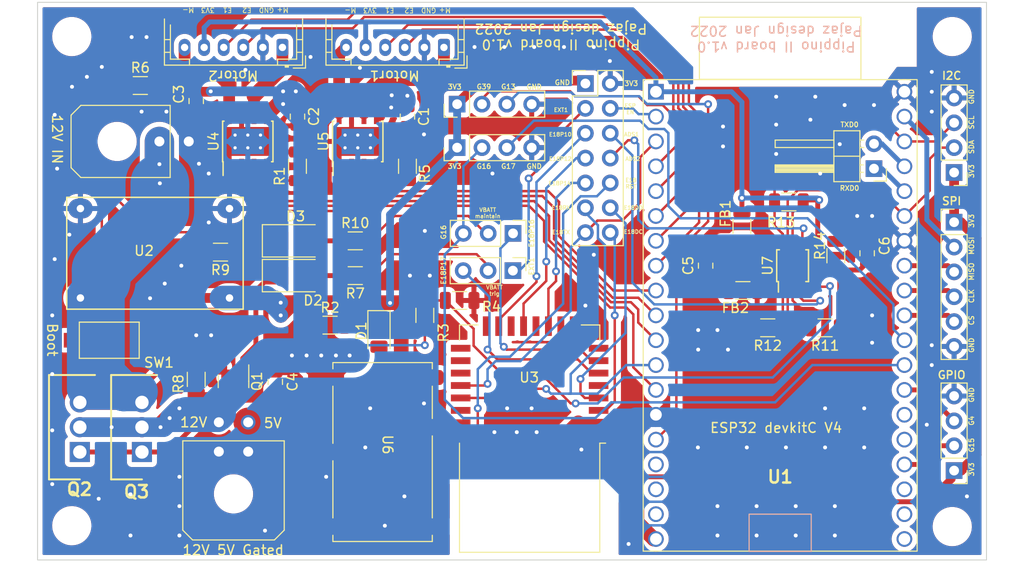
<source format=kicad_pcb>
(kicad_pcb (version 20211014) (generator pcbnew)
  (layers (0 "F.Cu" signal) (31 "B.Cu" signal) (34 "B.Paste" user) (35 "F.Paste" user) (36 "B.SilkS" user "B.Silkscreen") (37 "F.SilkS" user "F.Silkscreen") (38 "B.Mask" user) (39 "F.Mask" user) (44 "Edge.Cuts" user))
  (net 0 "")
  (net 1 "VBATT_GATED")
  (net 2 "GND")
  (net 3 "5V_GATED")
  (net 4 "Net-(C5-Pad1)")
  (net 5 "Net-(C5-Pad2)")
  (net 6 "3V3_ESP32")
  (net 7 "Net-(D1-Pad1)")
  (net 8 "Net-(D2-Pad1)")
  (net 9 "Net-(D2-Pad2)")
  (net 10 "Net-(D3-Pad2)")
  (net 11 "+BATT")
  (net 12 "/ESPEN")
  (net 13 "/E18P10")
  (net 14 "/E18P12")
  (net 15 "/E18P14")
  (net 16 "/E18RX")
  (net 17 "/E18TX")
  (net 18 "+3V3")
  (net 19 "/E18DC")
  (net 20 "/E18DD")
  (net 21 "/E18RST")
  (net 22 "/ADS2")
  (net 23 "/ADS0")
  (net 24 "/EXT1")
  (net 25 "/ESPIO4")
  (net 26 "/ESPIO15")
  (net 27 "/MOSI")
  (net 28 "/MISO")
  (net 29 "/SPICLK")
  (net 30 "/SPICS")
  (net 31 "/ESPIO13")
  (net 32 "/SCL")
  (net 33 "/SDA")
  (net 34 "/M1+")
  (net 35 "/M1enc1")
  (net 36 "/M1enc2")
  (net 37 "/M1-")
  (net 38 "/M2+")
  (net 39 "/M2enc1")
  (net 40 "/M2enc2")
  (net 41 "/M2-")
  (net 42 "/VBATT_maintain")
  (net 43 "/E18P16")
  (net 44 "/VBATT_trigger")
  (net 45 "/E18P17")
  (net 46 "Net-(Q1-Pad3)")
  (net 47 "Net-(R1-Pad1)")
  (net 48 "Net-(R5-Pad1)")
  (net 49 "Net-(R11-Pad2)")
  (net 50 "Net-(R12-Pad1)")
  (net 51 "/M2PWM1")
  (net 52 "/M2PWM2")
  (net 61 "/M1PWM1")
  (net 62 "/M1PWM2")
  (net 63 "/RXD0")
  (net 64 "/TXD0")
  (net 71 "/E18P15")
  (net 76 "/power_cutoff/5V_EN")
  (net 78 "/ESPIO39")
  (net 79 "/ADC/ADS_IN1")
  (net 82 "/ADC/ADS_IN3")
  (net 83 "/ESPIO16")
  (net 84 "/ESPIO17")
  (footprint "Resistor_SMD:R_1206_3216Metric" (layer "F.Cu") (at 238.1 57.4 90)
    (fp_text reference "R14")
    (fp_text value "10k")
  )
  (footprint "Resistor_SMD:R_1206_3216Metric" (layer "F.Cu") (at 233.3 51.9 180)
    (fp_text reference "R13")
    (fp_text value "10k")
  )
  (footprint "NDP6020P:TO254P470X1016X2019-3P" (layer "F.Cu") (at 167.17 77.465 90)
    (fp_text reference "Q3")
    (fp_text value "NDP6020P" hide)
  )
  (footprint "Resistor_SMD:R_1206_3216Metric" (layer "F.Cu") (at 183.07 48.26 90)
    (fp_text reference "R1")
    (fp_text value "18k")
  )
  (footprint "Connector_Molex:Molex_Micro-Fit_3.0_43045-0200_2x01_P3.00mm_Horizontal" (layer "F.Cu") (at 168.955 45.72 90)
    (fp_text reference "J1" hide)
    (fp_text value "Conn_02x01")
  )
  (footprint "MountingHole:MountingHole_3mm" (layer "F.Cu") (at 250 85.09)
    (fp_text reference "MH1" hide)
    (fp_text value "MountingHole_3mm")
  )
  (footprint "Resistor_SMD:R_1206_3216Metric" (layer "F.Cu") (at 228.6 60.96)
    (fp_text reference "FB2")
    (fp_text value "FerriteBead_Small")
  )
  (footprint "Resistor_SMD:R_1206_3216Metric" (layer "F.Cu") (at 188.976 59.436 180)
    (fp_text reference "R7")
    (fp_text value "220")
  )
  (footprint "Connector_Molex:Molex_Micro-Fit_3.0_43045-0400_2x02_P3.00mm_Horizontal" (layer "F.Cu") (at 178.03 77.425 180)
    (fp_text reference "J2" hide)
    (fp_text value "Conn_02x02_Counter_Clockwise" hide)
  )
  (footprint "Connector_PinHeader_2.54mm:PinHeader_1x04_P2.54mm_Vertical" (layer "F.Cu") (at 250.19 48.895 180)
    (fp_text reference "J7" hide)
    (fp_text value "Conn_01x04")
  )
  (footprint "Capacitor_SMD:C_0805_2012Metric" (layer "F.Cu") (at 180.8 70.3 90)
    (fp_text reference "C4")
    (fp_text value "10uF")
  )
  (footprint "Package_SO:TSSOP-10_3x3mm_P0.5mm" (layer "F.Cu") (at 233.68 58.42 90)
    (fp_text reference "U7")
    (fp_text value "ADS1115IDGS")
  )
  (footprint "Connector_PinHeader_2.54mm:PinHeader_1x04_P2.54mm_Vertical" (layer "F.Cu") (at 199.39 46.355 90)
    (fp_text reference "J6" hide)
    (fp_text value "Conn_01x04")
  )
  (footprint "Connector_PinHeader_2.54mm:PinHeader_2x07_P2.54mm_Vertical" (layer "F.Cu") (at 212.5 39.8)
    (fp_text reference "J3" hide)
    (fp_text value "Conn_02x07_Odd_Even")
  )
  (footprint "Resistor_SMD:R_1206_3216Metric" (layer "F.Cu") (at 228.5 54.4 -90)
    (fp_text reference "FB1")
    (fp_text value "FerriteBead_Small")
  )
  (footprint "Capacitor_SMD:C_0805_2012Metric" (layer "F.Cu") (at 183.07 43.18 -90)
    (fp_text reference "C2")
    (fp_text value "0.1uF")
  )
  (footprint "Resistor_SMD:R_1206_3216Metric" (layer "F.Cu") (at 199.644 61.976)
    (fp_text reference "R4")
    (fp_text value "5.1k")
  )
  (footprint "Connector_PinHeader_2.54mm:PinHeader_1x04_P2.54mm_Vertical" (layer "F.Cu") (at 199.39 41.91 90)
    (fp_text reference "J8" hide)
    (fp_text value "Conn_01x04")
  )
  (footprint "Resistor_SMD:R_1206_3216Metric" (layer "F.Cu") (at 237 64.77 180)
    (fp_text reference "R11")
    (fp_text value "10k")
  )
  (footprint "MountingHole:MountingHole_3mm" (layer "F.Cu") (at 160 35)
    (fp_text reference "MH3" hide)
    (fp_text value "MountingHole_3mm")
  )
  (footprint "Mini-360:Mini360" (layer "F.Cu") (at 168.5 57.15)
    (fp_text reference "U2")
    (fp_text value "Mini360")
  )
  (footprint "Diode_SMD:D_SMA" (layer "F.Cu") (at 182.88 55.88)
    (fp_text reference "D3")
    (fp_text value "1N5819")
  )
  (footprint "Resistor_SMD:R_1206_3216Metric" (layer "F.Cu") (at 175.2 57.0375 180)
    (fp_text reference "R9")
    (fp_text value "100k")
  )
  (footprint "Resistor_SMD:R_1206_3216Metric" (layer "F.Cu") (at 172.72 70.0425 -90)
    (fp_text reference "R8")
    (fp_text value "100k")
  )
  (footprint "Resistor_SMD:R_1206_3216Metric" (layer "F.Cu") (at 167.005 40.005)
    (fp_text reference "R6")
    (fp_text value "220k")
  )
  (footprint "Diode_SMD:D_SMA" (layer "F.Cu") (at 182.88 59.436)
    (fp_text reference "D2")
    (fp_text value "1N5819")
  )
  (footprint "Capacitor_SMD:C_0805_2012Metric" (layer "F.Cu") (at 241.3 57.15 90)
    (fp_text reference "C6")
    (fp_text value "1uF")
  )
  (footprint "Resistor_SMD:R_1206_3216Metric" (layer "F.Cu") (at 231.14 64.77 180)
    (fp_text reference "R12")
    (fp_text value "10k")
  )
  (footprint "Resistor_SMD:R_1206_3216Metric" (layer "F.Cu") (at 194.31 48.26 90)
    (fp_text reference "R5")
    (fp_text value "18k")
  )
  (footprint "MountingHole:MountingHole_3mm" (layer "F.Cu") (at 160 85)
    (fp_text reference "MH4" hide)
    (fp_text value "MountingHole_3mm")
  )
  (footprint "Connector_PinHeader_2.54mm:PinHeader_1x04_P2.54mm_Vertical" (layer "F.Cu") (at 250.19 79.365 180)
    (fp_text reference "J4" hide)
    (fp_text value "Conn_01x04")
  )
  (footprint "Connector_JST:JST_PH_B6B-PH-K_1x06_P2.00mm_Vertical" (layer "F.Cu") (at 198.04 36.11 180)
    (fp_text reference "J10" hide)
    (fp_text value "Conn_01x06")
  )
  (footprint "Connector_PinHeader_2.54mm:PinHeader_1x02_P2.54mm_Horizontal" (layer "F.Cu") (at 242 48.5 180)
    (fp_text reference "J11" hide)
    (fp_text value "Conn_01x02" hide)
  )
  (footprint "Connector_JST:JST_PH_B6B-PH-K_1x06_P2.00mm_Vertical" (layer "F.Cu") (at 181.53 36.11 180)
    (fp_text reference "J9" hide)
    (fp_text value "Conn_01x06")
  )
  (footprint "Components:2N3904_SOT-23" (layer "F.Cu") (at 176.53 70.235 -90)
    (fp_text reference "Q1")
    (fp_text value "2N3904" hide)
  )
  (footprint "Resistor_SMD:R_1206_3216Metric" (layer "F.Cu") (at 196.088 63.5 90)
    (fp_text reference "R3")
    (fp_text value "18k")
  )
  (footprint "LED_SMD:LED_1206_3216Metric" (layer "F.Cu") (at 191.4 65.3 -90)
    (fp_text reference "D1")
    (fp_text value "LED")
  )
  (footprint "Connector_PinHeader_2.54mm:PinHeader_1x03_P2.54mm_Vertical" (layer "F.Cu") (at 205.09 58.928 -90)
    (fp_text reference "JP2" hide)
    (fp_text value "Jumper_3_Open")
  )
  (footprint "PCB Modules:CKCS-BK03" (layer "F.Cu") (at 191.77 77.47 -90)
    (fp_text reference "U6")
    (fp_text value "CKCS_BK03")
  )
  (footprint "NDP6020P:TO254P470X1016X2019-3P" (layer "F.Cu") (at 160.82 77.465 90)
    (fp_text reference "Q2")
    (fp_text value "NDP6020P" hide)
  )
  (footprint "Capacitor_SMD:C_0805_2012Metric" (layer "F.Cu") (at 194.31 43.18 -90)
    (fp_text reference "C1")
    (fp_text value "0.1uF")
  )
  (footprint "Package_SO:Texas_HTSOP-8-1EP_3.9x4.9mm_P1.27mm_EP2.95x4.9mm_Mask2.4x3.1mm_ThermalVias" (layer "F.Cu") (at 189.23 45.72 90)
    (fp_text reference "U5")
    (fp_text value "DRV8871DDA")
  )
  (footprint "Button_Switch_SMD:SW_SPST_CK_RS282G05A3" (layer "F.Cu") (at 163.83 66.04 180)
    (fp_text reference "SW1")
    (fp_text value "SW_Push")
  )
  (footprint "RF_Module:E18-MS1-PCB" (layer "F.Cu") (at 206.8 76.1 180)
    (fp_text reference "U3")
    (fp_text value "E18-MS1-PCB")
  )
  (footprint "MountingHole:MountingHole_3mm" (layer "F.Cu") (at 250 35)
    (fp_text reference "MH2" hide)
    (fp_text value "MountingHole_3mm")
  )
  (footprint "ESP32-DevKitC:DIP2600W100P254L5400H500Q38N" (layer "F.Cu") (at 232.41 63.5)
    (fp_text reference "U1")
    (fp_text value "ESP32-DevKitC" hide)
  )
  (footprint "Resistor_SMD:R_1206_3216Metric" (layer "F.Cu") (at 188.976 55.88)
    (fp_text reference "R10")
    (fp_text value "220")
  )
  (footprint "Capacitor_SMD:C_0805_2012Metric" (layer "F.Cu") (at 224.79 58.42 -90)
    (fp_text reference "C5")
    (fp_text value "1uF")
  )
  (footprint "Capacitor_SMD:C_0805_2012Metric" (layer "F.Cu") (at 172.72 41.59 -90)
    (fp_text reference "C3")
    (fp_text value "10uF")
  )
  (footprint "Resistor_SMD:R_1206_3216Metric" (layer "F.Cu") (at 186.4 64.5 180)
    (fp_text reference "R2")
    (fp_text value "220")
  )
  (footprint "Package_SO:Texas_HTSOP-8-1EP_3.9x4.9mm_P1.27mm_EP2.95x4.9mm_Mask2.4x3.1mm_ThermalVias" (layer "F.Cu") (at 177.99 45.72 90)
    (fp_text reference "U4")
    (fp_text value "DRV8871DDA")
  )
  (footprint "Connector_PinHeader_2.54mm:PinHeader_1x03_P2.54mm_Vertical" (layer "F.Cu") (at 205.105 55.118 -90)
    (fp_text reference "JP1" hide)
    (fp_text value "Jumper_3_Open")
  )
  (footprint "Connector_PinHeader_2.54mm:PinHeader_1x06_P2.54mm_Vertical" (layer "F.Cu") (at 250.19 53.975)
    (fp_text reference "J5" hide)
    (fp_text value "Conn_01x06")
  )
  (gr_rect (start 156.5 88.5) (end 253.5 31.5) (layer "Edge.Cuts") (width 0.1) (fill none))
  (gr_text "Pippino II board v1.0\nPajaz design Jan 2022" (at 232 35.22 180) (layer "B.SilkS") (effects (font (size 1 1))))
  (gr_text "3V3" (at 217.185746 39.792646) (layer "F.SilkS") (effects (font (size 0.5 0.5) (thickness 0.1))))
  (gr_text "G16" (at 198 55 90) (layer "F.SilkS") (effects (font (size 0.5 0.5) (thickness 0.1))))
  (gr_text "E18TX" (at 210 55) (layer "F.SilkS") (effects (font (size 0.4 0.4) (thickness 0.08))))
  (gr_text "Motor2" (at 176.5 39 180) (layer "F.SilkS") (effects (font (size 1 1))))
  (gr_text "3V3" (at 251.968 53.848 90) (layer "F.SilkS") (effects (font (size 0.5 0.5) (thickness 0.1))))
  (gr_text "GND" (at 210.145948 39.699773) (layer "F.SilkS") (effects (font (size 0.5 0.5) (thickness 0.1))))
  (gr_text "MOSI" (at 251.968 56.388 90) (layer "F.SilkS") (effects (font (size 0.5 0.5) (thickness 0.1))))
  (gr_text "ADS1" (at 217.212284 45) (layer "F.SilkS") (effects (font (size 0.4 0.4) (thickness 0.08))))
  (gr_text "G39" (at 202.127 40.132) (layer "F.SilkS") (effects (font (size 0.5 0.5) (thickness 0.1))))
  (gr_text "TXD0" (at 239.5 44) (layer "F.SilkS") (effects (font (size 0.5 0.5) (thickness 0.1))))
  (gr_text "VBATT\ntrig" (at 203.2 60.96) (layer "F.SilkS") (effects (font (size 0.4 0.4) (thickness 0.08))))
  (gr_text "RXD0" (at 239.5 50.5) (layer "F.SilkS") (effects (font (size 0.5 0.5) (thickness 0.1))))
  (gr_text "GND" (at 251.968 41.148 90) (layer "F.SilkS") (effects (font (size 0.5 0.5) (thickness 0.1))))
  (gr_text "ESP\nEN" (at 217.080619 42.403096) (layer "F.SilkS") (effects (font (size 0.4 0.4) (thickness 0.08))))
  (gr_text "GND" (at 251.968 71.628 90) (layer "F.SilkS") (effects (font (size 0.5 0.5) (thickness 0.1))))
  (gr_text "MISO" (at 251.968 59.025 90) (layer "F.SilkS") (effects (font (size 0.5 0.5) (thickness 0.1))))
  (gr_text "3V3" (at 251.968 48.768 90) (layer "F.SilkS") (effects (font (size 0.5 0.5) (thickness 0.1))))
  (gr_text "GPIO" (at 249.936 69.596) (layer "F.SilkS") (effects (font (size 0.8 0.8))))
  (gr_text "GND" (at 251.968 66.548 90) (layer "F.SilkS") (effects (font (size 0.5 0.5) (thickness 0.1))))
  (gr_text "M+" (at 198.138433 32.314885 180) (layer "F.SilkS") (effects (font (size 0.5 0.5) (thickness 0.08))))
  (gr_text "G4" (at 251.968 74.265 90) (layer "F.SilkS") (effects (font (size 0.5 0.5) (thickness 0.1))))
  (gr_text "M-" (at 188.478154 32.314885 180) (layer "F.SilkS") (effects (font (size 0.5 0.5) (thickness 0.08))))
  (gr_text "CLK" (at 251.968 61.525 90) (layer "F.SilkS") (effects (font (size 0.5 0.5) (thickness 0.1))))
  (gr_text "E18DC" (at 217.391746 54.95902) (layer "F.SilkS") (effects (font (size 0.4 0.4) (thickness 0.08))))
  (gr_text "G17" (at 204.627 48.26) (layer "F.SilkS") (effects (font (size 0.5 0.5) (thickness 0.1))))
  (gr_text "CS" (at 251.968 64.008 90) (layer "F.SilkS") (effects (font (size 0.5 0.5) (thickness 0.1))))
  (gr_text "M+" (at 181.557719 32.287848 180) (layer "F.SilkS") (effects (font (size 0.5 0.5) (thickness 0.08))))
  (gr_text "12V 5V Gated" (at 176.5 87.5) (layer "F.SilkS") (effects (font (size 1 1))))
  (gr_text "E18\nRST" (at 217.15656 50.006063) (layer "F.SilkS") (effects (font (size 0.4 0.4) (thickness 0.08))))
  (gr_text "GND" (at 196.478154 32.314885 180) (layer "F.SilkS") (effects (font (size 0.5 0.5) (thickness 0.08))))
  (gr_text "G13" (at 204.627 40.132) (layer "F.SilkS") (effects (font (size 0.5 0.5) (thickness 0.1))))
  (gr_text "EXT1" (at 207 58.5 90) (layer "F.SilkS") (effects (font (size 0.5 0.5) (thickness 0.1))))
  (gr_text "SCL" (at 251.968 43.785 90) (layer "F.SilkS") (effects (font (size 0.5 0.5) (thickness 0.1))))
  (gr_text "E2" (at 177.89744 32.287848 180) (layer "F.SilkS") (effects (font (size 0.5 0.5) (thickness 0.08))))
  (gr_text "3V3" (at 199.136 40.132) (layer "F.SilkS") (effects (font (size 0.5 0.5) (thickness 0.1))))
  (gr_text "E18P10" (at 209.931048 45.005591) (layer "F.SilkS") (effects (font (size 0.4 0.4) (thickness 0.08))))
  (gr_text "E2" (at 194.478154 32.314885 180) (layer "F.SilkS") (effects (font (size 0.5 0.5) (thickness 0.08))))
  (gr_text "G16" (at 202.127 48.26) (layer "F.SilkS") (effects (font (size 0.5 0.5) (thickness 0.1))))
  (gr_text "E1" (at 192.478154 32.314885 180) (layer "F.SilkS") (effects (font (size 0.5 0.5) (thickness 0.08))))
  (gr_text "E18P12" (at 209.93916 47.5) (layer "F.SilkS") (effects (font (size 0.4 0.4) (thickness 0.08))))
  (gr_text "SPI" (at 249.936 51.816) (layer "F.SilkS") (effects (font (size 0.8 0.8))))
  (gr_text "E18P17" (at 198 58.908495 90) (layer "F.SilkS") (effects (font (size 0.5 0.5) (thickness 0.1))))
  (gr_text "E18RX" (at 210 52.5) (layer "F.SilkS") (effects (font (size 0.4 0.4) (thickness 0.08))))
  (gr_text "12V IN" (at 158.5 45.5 270) (layer "F.SilkS") (effects (font (size 1 1))))
  (gr_text "GND" (at 179.89744 32.287848 180) (layer "F.SilkS") (effects (font (size 0.5 0.5) (thickness 0.08))))
  (gr_text "E1" (at 175.89744 32.287848 180) (layer "F.SilkS") (effects (font (size 0.5 0.5) (thickness 0.08))))
  (gr_text "ESP32 devkitC V4" (at 232 75) (layer "F.SilkS") (effects (font (size 1 1))))
  (gr_text "Boot" (at 158 66 270) (layer "F.SilkS") (effects (font (size 1 1))))
  (gr_text "ADS2" (at 217.342307 47.498484) (layer "F.SilkS") (effects (font (size 0.4 0.4) (thickness 0.08))))
  (gr_text "GND" (at 207.264 48.26) (layer "F.SilkS") (effects (font (size 0.5 0.5) (thickness 0.1))))
  (gr_text "G15" (at 251.968 76.765 90) (layer "F.SilkS") (effects (font (size 0.5 0.5) (thickness 0.1))))
  (gr_text "EXT1" (at 210 42.5) (layer "F.SilkS") (effects (font (size 0.4 0.4) (thickness 0.08))))
  (gr_text "3V3" (at 190.478154 32.314885 180) (layer "F.SilkS") (effects (font (size 0.5 0.5) (thickness 0.08))))
  (gr_text "VBATT\nmaintain" (at 202.514439 53.039417) (layer "F.SilkS") (effects (font (size 0.4 0.4) (thickness 0.08))))
  (gr_text "12V" (at 172.46006 74.435995) (layer "F.SilkS") (effects (font (size 1 1))))
  (gr_text "Motor1" (at 193 39 180) (layer "F.SilkS") (effects (font (size 1 1))))
  (gr_text "E18P16" (at 207 55.118 90) (layer "F.SilkS") (effects (font (size 0.5 0.5) (thickness 0.1))))
  (gr_text "M-" (at 171.89744 32.287848 180) (layer "F.SilkS") (effects (font (size 0.5 0.5) (thickness 0.08))))
  (gr_text "Pippino II board v1.0\nPajaz design Jan 2022" (at 210 35 180) (layer "F.SilkS") (effects (font (size 1 1))))
  (gr_text "E18DD" (at 217.392686 52.50308) (layer "F.SilkS") (effects (font (size 0.4 0.4) (thickness 0.08))))
  (gr_text "5V" (at 180.555052 74.508661) (layer "F.SilkS") (effects (font (size 1 1))))
  (gr_text "3V3" (at 251.968 79.248 90) (layer "F.SilkS") (effects (font (size 0.5 0.5) (thickness 0.1))))
  (gr_text "E18P14" (at 209.880852 50.006723) (layer "F.SilkS") (effects (font (size 0.4 0.4) (thickness 0.08))))
  (gr_text "I2C" (at 249.936 39) (layer "F.SilkS") (effects (font (size 0.8 0.8))))
  (gr_text "GND" (at 207.264 40.132) (layer "F.SilkS") (effects (font (size 0.5 0.5) (thickness 0.1))))
  (gr_text "SDA" (at 251.968 46.285 90) (layer "F.SilkS") (effects (font (size 0.5 0.5) (thickness 0.1))))
  (gr_text "3V3" (at 173.89744 32.287848 180) (layer "F.SilkS") (effects (font (size 0.5 0.5) (thickness 0.08))))
  (gr_text "3V3" (at 199.136 48.26) (layer "F.SilkS") (effects (font (size 0.5 0.5) (thickness 0.1))))
  (segment (start 196.088 64.9625) (end 196.088 66.548) (width 0.25) (layer "F.Cu") (net 1))
  (segment (start 182.74 41.9) (end 183.07 42.23) (width 0.5) (layer "F.Cu") (net 1))
  (segment (start 192.67 42.23) (end 194.31 42.23) (width 1) (layer "F.Cu") (net 1))
  (segment (start 194.25 41) (end 192.7 41) (width 1) (layer "F.Cu") (net 1))
  (segment (start 185.85 69.85) (end 185.9915 69.85) (width 2) (layer "F.Cu") (net 1))
  (segment (start 185.9915 69.85) (end 186.15 69.85) (width 2) (layer "F.Cu") (net 1))
  (segment (start 182.9 40.6) (end 182.9 42.06) (width 1) (layer "F.Cu") (net 1))
  (segment (start 191.516 42.464) (end 191.516 43.18) (width 1) (layer "F.Cu") (net 1))
  (segment (start 169.07 74.93) (end 171 73) (width 2) (layer "F.Cu") (net 1))
  (segment (start 191.47 43.18) (end 191.135 42.845) (width 0.5) (layer "F.Cu") (net 1))
  (segment (start 182.5 67.6) (end 188.4 67.6) (width 2) (layer "F.Cu") (net 1))
  (segment (start 193.08 41) (end 194.31 42.23) (width 1) (layer "F.Cu") (net 1))
  (segment (start 191.73 42.25) (end 191.516 42.464) (width 1) (layer "F.Cu") (net 1))
  (segment (start 174.16 40.64) (end 174.2 40.6) (width 1) (layer "F.Cu") (net 1))
  (segment (start 181.366 41.9) (end 181.6 41.9) (width 1) (layer "F.Cu") (net 1))
  (segment (start 184 67.6) (end 184 68) (width 2) (layer "F.Cu") (net 1))
  (segment (start 186.15 69.85) (end 188.4 67.6) (width 2) (layer "F.Cu") (net 1))
  (segment (start 181.6 40.6) (end 181.6 41.9) (width 1) (layer "F.Cu") (net 1))
  (segment (start 180.34 42.926) (end 180.34 41.91) (width 0.5) (layer "F.Cu") (net 1))
  (segment (start 180.34 42.926) (end 181.366 41.9) (width 1) (layer "F.Cu") (net 1))
  (segment (start 181.6 41.9) (end 182.74 41.9) (width 1) (layer "F.Cu") (net 1))
  (segment (start 172.72 40.64) (end 174.16 40.64) (width 1) (layer "F.Cu") (net 1))
  (segment (start 194.3 41.05) (end 194.25 41) (width 1) (layer "F.Cu") (net 1))
  (segment (start 192.65 42.25) (end 192.67 42.23) (width 1) (layer "F.Cu") (net 1))
  (segment (start 180.34 41.91) (end 180.95 41.3) (width 0.5) (layer "F.Cu") (net 1))
  (segment (start 192.7 41) (end 193.08 41) (width 1) (layer "F.Cu") (net 1))
  (segment (start 180.34 42.926) (end 180.259 42.845) (width 0.5) (layer "F.Cu") (net 1))
  (segment (start 180.259 42.845) (end 179.895 42.845) (width 0.5) (layer "F.Cu") (net 1))
  (segment (start 194.3 42.22) (end 194.31 42.23) (width 1) (layer "F.Cu") (net 1))
  (segment (start 182.2 41.3) (end 181.6 40.7) (width 1) (layer "F.Cu") (net 1))
  (segment (start 192.7 41) (end 192.7 42.2) (width 1) (layer "F.Cu") (net 1))
  (segment (start 167.17 74.93) (end 169.07 74.93) (width 1.5) (layer "F.Cu") (net 1))
  (segment (start 192.65 42.25) (end 191.73 42.25) (width 1) (layer "F.Cu") (net 1))
  (segment (start 191.516 43.18) (end 191.47 43.18) (width 0.5) (layer "F.Cu") (net 1))
  (segment (start 160.82 74.93) (end 167.17 74.93) (width 2) (layer "F.Cu") (net 1))
  (segment (start 181.6 40.7) (end 181.6 40.6) (width 1) (layer "F.Cu") (net 1))
  (segment (start 192.7 42.2) (end 192.65 42.25) (width 1) (layer "F.Cu") (net 1))
  (segment (start 180.95 41.3) (end 182.2 41.3) (width 0.5) (layer "F.Cu") (net 1))
  (segment (start 181.6 40.6) (end 182.9 40.6) (width 1) (layer "F.Cu") (net 1))
  (segment (start 194.3 41.05) (end 194.3 42.22) (width 1) (layer "F.Cu") (net 1))
  (segment (start 182.9 42.06) (end 183.07 42.23) (width 0.5) (layer "F.Cu") (net 1))
  (segment (start 184 68) (end 185.85 69.85) (width 2) (layer "F.Cu") (net 1))
  (via (at 194.3 41.05) (size 0.8) (drill 0.4) (layers "F.Cu" "B.Cu") (net 1))
  (via (at 170 74) (size 0.8) (drill 0.4) (layers "F.Cu" "B.Cu") (net 1))
  (via (at 184 67.6) (size 0.8) (drill 0.4) (layers "F.Cu" "B.Cu") (net 1))
  (via (at 164.07 74.93) (size 0.8) (drill 0.4) (layers "F.Cu" "B.Cu") (net 1))
  (via (at 182.5 67.6) (size 0.8) (drill 0.4) (layers "F.Cu" "B.Cu") (net 1))
  (via (at 187 67.6) (size 0.8) (drill 0.4) (layers "F.Cu" "B.Cu") (net 1))
  (via (at 185.5 67.6) (size 0.8) (drill 0.4) (layers "F.Cu" "B.Cu") (net 1))
  (via (at 169.07 74.93) (size 0.8) (drill 0.4) (layers "F.Cu" "B.Cu") (net 1))
  (via (at 182.9 40.6) (size 0.8) (drill 0.4) (layers "F.Cu" "B.Cu") (net 1))
  (via (at 181.6 40.6) (size 0.8) (drill 0.4) (layers "F.Cu" "B.Cu") (net 1))
  (via (at 171 73) (size 0.8) (drill 0.4) (layers "F.Cu" "B.Cu") (net 1))
  (via (at 192.65 42.25) (size 0.8) (drill 0.4) (layers "F.Cu" "B.Cu") (net 1))
  (via (at 181.6 41.9) (size 0.8) (drill 0.4) (layers "F.Cu" "B.Cu") (net 1))
  (via (at 196.088 66.548) (size 0.8) (drill 0.4) (layers "F.Cu" "B.Cu") (net 1))
  (via (at 174.2 40.6) (size 0.8) (drill 0.4) (layers "F.Cu" "B.Cu") (net 1))
  (via (at 192.7 41) (size 0.8) (drill 0.4) (layers "F.Cu" "B.Cu") (net 1))
  (via (at 188.4 67.6) (size 0.8) (drill 0.4) (layers "F.Cu" "B.Cu") (net 1))
  (segment (start 169.875 74.425) (end 175.03 74.425) (width 2) (layer "B.Cu") (net 1))
  (segment (start 188.4 67.6) (end 188.7 67.6) (width 3.5) (layer "B.Cu") (net 1))
  (segment (start 170 74) (end 171 73) (width 2) (layer "B.Cu") (net 1))
  (segment (start 184.4 43.3) (end 186.2 41.5) (width 3.5) (layer "B.Cu") (net 1))
  (segment (start 160.82 74.93) (end 164.07 74.93) (width 2) (layer "B.Cu") (net 1))
  (segment (start 182.3 41.2) (end 184.4 43.3) (width 3.5) (layer "B.Cu") (net 1))
  (segment (start 196.088 66.548) (end 189.752 66.548) (width 0.25) (layer "B.Cu") (net 1))
  (segment (start 189.752 66.548) (end 188.7 67.6) (width 0.25) (layer "B.Cu") (net 1))
  (segment (start 187 67.6) (end 188.4 67.6) (width 3.5) (layer "B.Cu") (net 1))
  (segment (start 184.4 67.568) (end 184.4 43.3) (width 3.5) (layer "B.Cu") (net 1))
  (segment (start 179.8 67.9) (end 180.1 67.6) (width 1.5) (layer "B.Cu") (net 1))
  (segment (start 175.03 73.47) (end 174.9 73.6) (width 3.5) (layer "B.Cu") (net 1))
  (segment (start 186.2 41.5) (end 193.4 41.5) (width 3.5) (layer "B.Cu") (net 1))
  (segment (start 175.03 72.67) (end 175.03 73.47) (width 3.5) (layer "B.Cu") (net 1))
  (segment (start 167.17 74.93) (end 169.37 74.93) (width 2) (layer "B.Cu") (net 1))
  (segment (start 164.07 74.93) (end 167.17 74.93) (width 2) (layer "B.Cu") (net 1))
  (segment (start 180.1 67.6) (end 184.368 67.6) (width 3.5) (layer "B.Cu") (net 1))
  (segment (start 174.9 73.6) (end 171.7 73.6) (width 3.5) (layer "B.Cu") (net 1))
  (segment (start 169.37 74.93) (end 169.875 74.425) (width 2) (layer "B.Cu") (net 1))
  (segment (start 179.8 67.9) (end 175.03 72.67) (width 3.5) (layer "B.Cu") (net 1))
  (segment (start 180.1 67.6) (end 187 67.6) (width 3.5) (layer "B.Cu") (net 1))
  (segment (start 174.2 40.6) (end 181.6 40.6) (width 1) (layer "B.Cu") (net 1))
  (segment (start 184.368 67.6) (end 184.4 67.568) (width 3.5) (layer "B.Cu") (net 1))
  (segment (start 178.17952 77.57452) (end 178.03 77.57452) (width 2) (layer "F.Cu") (net 2))
  (segment (start 175.03 77.425) (end 175.17952 77.57452) (width 3) (layer "F.Cu") (net 2))
  (segment (start 233.68 60.57) (end 233.68 58.928) (width 0.25) (layer "F.Cu") (net 2))
  (segment (start 172 44.25) (end 172.25 44.5) (width 2) (layer "F.Cu") (net 2))
  (segment (start 178.4 77.795) (end 178.4 78.9) (width 2) (layer "F.Cu") (net 2))
  (segment (start 175.17952 77.57452) (end 178.03 77.57452) (width 2.5) (layer "F.Cu") (net 2))
  (segment (start 171.955 45.72) (end 171.955 44.295) (width 2) (layer "F.Cu") (net 2))
  (segment (start 171.955 44.295) (end 172 44.25) (width 2) (layer "F.Cu") (net 2))
  (segment (start 233.68 61.976) (end 234.188 62.484) (width 0.25) (layer "F.Cu") (net 2))
  (segment (start 233.68 60.57) (end 233.68 61.976) (width 0.25) (layer "F.Cu") (net 2))
  (segment (start 178.03 77.425) (end 178.4 77.795) (width 2) (layer "F.Cu") (net 2))
  (segment (start 178.03 77.425) (end 178.17952 77.57452) (width 2) (layer "F.Cu") (net 2))
  (segment (start 172.25 44.5) (end 172.25 47.5) (width 2) (layer "F.Cu") (net 2))
  (via (at 234 83) (size 0.8) (drill 0.4) (layers "F.Cu" "B.Cu") (net 2))
  (via (at 203.2 75.438) (size 0.8) (drill 0.4) (layers "F.Cu" "B.Cu") (net 2))
  (via (at 196.088 54.864) (size 0.8) (drill 0.4) (layers "F.Cu" "B.Cu") (net 2))
  (via (at 171 86) (size 0.8) (drill 0.4) (layers "F.Cu" "B.Cu") (net 2))
  (via (at 174.244 65.532) (size 0.8) (drill 0.4) (layers "F.Cu" "B.Cu") (net 2))
  (via (at 233 77) (size 0.8) (drill 0.4) (layers "F.Cu" "B.Cu") (net 2))
  (via (at 235.5 43.5) (size 0.8) (drill 0.4) (layers "F.Cu" "B.Cu") (net 2))
  (via (at 207.518 75.438) (size 0.8) (drill 0.4) (layers "F.Cu" "B.Cu") (net 2))
  (via (at 166 86) (size 0.8) (drill 0.4) (layers "F.Cu" "B.Cu") (net 2))
  (via (at 190.5 73) (size 0.8) (drill 0.4) (layers "F.Cu" "B.Cu") (net 2))
  (via (at 203 49) (size 0.8) (drill 0.4) (layers "F.Cu" "B.Cu") (net 2))
  (via (at 158 75.25) (size 0.8) (drill 0.4) (layers "F.Cu" "B.Cu") (net 2))
  (via (at 159.75 55.25) (size 0.8) (drill 0.4) (layers "F.Cu" "B.Cu") (net 2))
  (via (at 226.568 46.228) (size 0.8) (drill 0.4) (layers "F.Cu" "B.Cu") (net 2))
  (via (at 238.5 46) (size 0.8) (drill 0.4) (layers "F.Cu" "B.Cu") (net 2))
  (via (at 216.916 86.868) (size 0.8) (drill 0.4) (layers "F.Cu" "B.Cu") (net 2))
  (via (at 236 41.148) (size 0.8) (drill 0.4) (layers "F.Cu" "B.Cu") (net 2))
  (via (at 230 86) (size 0.8) (drill 0.4) (layers "F.Cu" "B.Cu") (net 2))
  (via (at 201.168 36.068) (size 0.8) (drill 0.4) (layers "F.Cu" "B.Cu") (net 2))
  (via (at 169.5 60.25) (size 0.8) (drill 0.4) (layers "F.Cu" "B.Cu") (net 2))
  (via (at 229 77) (size 0.8) (drill 0.4) (layers "F.Cu" "B.Cu") (net 2))
  (via (at 207.264 36.068) (size 0.8) (drill 0.4) (layers "F.Cu" "B.Cu") (net 2))
  (via (at 158.25 43) (size 0.8) (drill 0.4) (layers "F.Cu" "B.Cu") (net 2))
  (via (at 166.116 35.052) (size 0.8) (drill 0.4) (layers "F.Cu" "B.Cu") (net 2))
  (via (at 247.904 68.58) (size 0.8) (drill 0.4) (layers "F.Cu" "B.Cu") (net 2))
  (via (at 234 86) (size 0.8) (drill 0.4) (layers "F.Cu" "B.Cu") (net 2))
  (via (at 210.312 36.068) (size 0.8) (drill 0.4) (layers "F.Cu" "B.Cu") (net 2))
  (via (at 167.64 35.052) (size 0.8) (drill 0.4) (layers "F.Cu" "B.Cu") (net 2))
  (via (at 247.904 40.64) (size 0.8) (drill 0.4) (layers "F.Cu" "B.Cu") (net 2))
  (via (at 171.196 58.42) (size 0.8) (drill 0.4) (layers "F.Cu" "B.Cu") (net 2))
  (via (at 247.904 38.608) (size 0.8) (drill 0.4) (layers "F.Cu" "B.Cu") (net 2))
  (via (at 194 82) (size 0.8) (drill 0.4) (layers "F.Cu" "B.Cu") (net 2))
  (via (at 237 77) (size 0.8) (drill 0.4) (layers "F.Cu" "B.Cu") (net 2))
  (via (at 241 73) (size 0.8) (drill 0.4) (layers "F.Cu" "B.Cu") (net 2))
  (via (at 232 44) (size 0.8) (drill 0.4) (layers "F.Cu" "B.Cu") (net 2))
  (via (at 232 47) (size 0.8) (drill 0.4) (layers "F.Cu" "B.Cu") (net 2))
  (via (at 162.75 82.25) (size 0.8) (drill 0.4) (layers "F.Cu" "B.Cu") (net 2))
  (via (at 230 83) (size 0.8) (drill 0.4) (layers "F.Cu" "B.Cu") (net 2))
  (via (at 224 77) (size 0.8) (drill 0.4) (layers "F.Cu" "B.Cu") (net 2))
  (via (at 166 81.788) (size 0.8) (drill 0.4) (layers "F.Cu" "B.Cu") (net 2))
  (via (at 232 41.148) (size 0.8) (drill 0.4) (layers "F.Cu" "B.Cu") (net 2))
  (via (at 241.808 66.294) (size 0.8) (drill 0.4) (layers "F.Cu" "B.Cu") (net 2))
  (via (at 192 85) (size 0.8) (drill 0.4) (layers "F.Cu" "B.Cu") (net 2))
  (via (at 196 72.5) (size 0.8) (drill 0.4) (layers "F.Cu" "B.Cu") (net 2))
  (via (at 204.5 73) (size 0.8) (drill 0.4) (layers "F.Cu" "B.Cu") (net 2))
  (via (at 238 83) (size 0.8) (drill 0.4) (layers "F.Cu" "B.Cu") (net 2))
  (via (at 173 48) (size 0.8) (drill 0.4) (layers "F.Cu" "B.Cu") (net 2))
  (via (at 236.5 49) (size 0.8) (drill 0.4) (layers "F.Cu" "B.Cu") (net 2))
  (via (at 190 77) (size 0.8) (drill 0.4) (layers "F.Cu" "B.Cu") (net 2))
  (via (at 213.36 57.3024) (size 0.8) (drill 0.4) (layers "F.Cu" "B.Cu") (net 2))
  (via (at 194.564 59.436) (size 0.8) (drill 0.4) (layers "F.Cu" "B.Cu") (net 2))
  (via (at 237 73) (size 0.8) (drill 0.4) (layers "F.Cu" "B.Cu") (net 2))
  (via (at 158.25 57.75) (size 0.8) (drill 0.4) (layers "F.Cu" "B.Cu") (net 2))
  (via (at 213.36 36.068) (size 0.8) (drill 0.4) (layers "F.Cu" "B.Cu") (net 2))
  (via (at 158.5 48.5) (size 0.8) (drill 0.4) (layers "F.Cu" "B.Cu") (net 2))
  (via (at 184.404 37.084) (size 0.8) (drill 0.4) (layers "F.Cu" "B.Cu") (net 2))
  (via (at 226.568 44.196) (size 0.8) (drill 0.4) (layers "F.Cu" "B.Cu") (net 2))
  (via (at 171 80) (size 0.8) (drill 0.4) (layers "F.Cu" "B.Cu") (net 2))
  (via (at 242 42) (size 0.8) (drill 0.4) (layers "F.Cu" "B.Cu") (net 2))
  (via (at 168 61.75) (size 0.8) (drill 0.4) (layers "F.Cu" "B.Cu") (net 2))
  (via (at 227.076 67) (size 0.8) (drill 0.4) (layers "F.Cu" "B.Cu") (net 2))
  (via (at 161.544 39.116) (size 0.8) (drill 0.4) (layers "F.Cu" "B.Cu") (net 2))
  (via (at 189.45 38.2) (size 0.8) (drill 0.4) (layers "F.Cu" "B.Cu") (net 2))
  (via (at 205.486 75.438) (size 0.8) (drill 0.4) (layers "F.Cu" "B.Cu") (net 2))
  (via (at 238 86) (size 0.8) (drill 0.4) (layers "F.Cu" "B.Cu") (net 2))
  (via (at 158 80.75) (size 0.8) (drill 0.4) (layers "F.Cu" "B.Cu") (net 2))
  (via (at 179.75 85.5) (size 0.8) (drill 0.4) (layers "F.Cu" "B.Cu") (net 2))
  (via (at 169.672 42.672) (size 0.8) (drill 0.4) (layers "F.Cu" "B.Cu") (net 2))
  (via (at 226 83) (size 0.8) (drill 0.4) (layers "F.Cu" "B.Cu") (net 2))
  (via (at 196.596 59.436) (size 0.8) (drill 0.4) (layers "F.Cu" "B.Cu") (net 2))
  (via (at 241.808 63.5) (size 0.8) (drill 0.4) (layers "F.Cu" "B.Cu") (net 2))
  (via (at 215 37.5) (size 0.8) (drill 0.4) (layers "F.Cu" "B.Cu") (net 2))
  (via (at 224.028 67) (size 0.8) (drill 0.4) (layers "F.Cu" "B.Cu") (net 2))
  (via (at 186 80) (size 0.8) (drill 0.4) (layers "F.Cu" "B.Cu") (net 2))
  (via (at 158 69.5) (size 0.8) (drill 0.4) (layers "F.Cu" "B.Cu") (net 2))
  (via (at 171 83) (size 0.8) (drill 0.4) (layers "F.Cu" "B.Cu") (net 2))
  (via (at 160.02 40.132) (size 0.8) (drill 0.4) (layers "F.Cu" "B.Cu") (net 2))
  (via (at 174 54) (size 0.8) (drill 0.4) (layers "F.Cu" "B.Cu") (net 2))
  (via (at 158 63.5) (size 0.8) (drill 0.4) (layers "F.Cu" "B.Cu") (net 2))
  (via (at 212.5 62.5) (size 0.8) (drill 0.4) (layers "F.Cu" "B.Cu") (net 2))
  (via (at 163.068 38.1) (size 0.8) (drill 0.4) (layers "F.Cu" "B.Cu") (net 2))
  (via (at 239 42) (size 0.8) (drill 0.4) (layers "F.Cu" "B.Cu") (net 2))
  (via (at 241 77) (size 0.8) (drill 0.4) (layers "F.Cu" "B.Cu") (net 2))
  (via (at 177.75 38.4) (size 0.8) (drill 0.4) (layers "F.Cu" "B.Cu") (net 2))
  (via (at 174 49) (size 0.8) (drill 0.4) (layers "F.Cu" "B.Cu") (net 2))
  (via (at 204.216 36.068) (size 0.8) (drill 0.4) (layers "F.Cu" "B.Cu") (net 2))
  (via (at 226 65) (size 0.8) (drill 0.4) (layers "F.Cu" "B.Cu") (net 2))
  (via (at 207 73) (size 0.8) (drill 0.4) (layers "F.Cu" "B.Cu") (net 2))
  (via (at 226 86) (size 0.8) (drill 0.4) (layers "F.Cu" "B.Cu") (net 2))
  (via (at 224.028 65) (size 0.8) (drill 0.4) (layers "F.Cu" "B.Cu") (net 2))
  (via (at 247.904 42.672) (size 0.8) (drill 0.4) (layers "F.Cu" "B.Cu") (net 2))
  (via (at 247.396 74.676) (size 0.8) (drill 0.4) (layers "F.Cu" "B.Cu") (net 2))
  (via (at 241.808 53.34) (size 0.8) (drill 0.4) (layers "F.Cu" "B.Cu") (net 2))
  (via (at 167.132 42.672) (size 0.8) (drill 0.4) (layers "F.Cu" "B.Cu") (net 2))
  (via (at 240.284 53.34) (size 0.8) (drill 0.4) (layers "F.Cu" "B.Cu") (net 2))
  (via (at 196 45) (size 0.8) (drill 0.4) (layers "F.Cu" "B.Cu") (net 2))
  (via (at 251.5 82) (size 0.8) (drill 0.4) (layers "F.Cu" "B.Cu") (net 2))
  (via (at 212.09 77.216) (size 0.8) (drill 0.4) (layers "F.Cu" "B.Cu") (net 2))
  (via (at 172.72 65.532) (size 0.8) (drill 0.4) (layers "F.Cu" "B.Cu") (net 2))
  (via (at 247.904 66.548) (size 0.8) (drill 0.4) (layers "F.Cu" "B.Cu") (net 2))
  (segment (start 172.5 47.2) (end 171.955 46.655) (width 2) (layer "B.Cu") (net 2))
  (segment (start 219.6592 73.914) (end 221.6912 73.914) (width 2) (layer "B.Cu") (net 2))
  (segment (start 172 44.3) (end 173 45.3) (width 2) (layer "B.Cu") (net 2))
  (segment (start 175.03 77.425) (end 178.03 77.425) (width 3) (layer "B.Cu") (net 2))
  (segment (start 171.955 44.345) (end 172 44.3) (width 2) (layer "B.Cu") (net 2))
  (segment (start 218.694 77.47) (end 220.726 77.47) (width 0.25) (layer "B.Cu") (net 2))
  (segment (start 171.955 46.655) (end 171.955 45.72) (width 2) (layer "B.Cu") (net 2))
  (segment (start 218.694 82.55) (end 220.726 82.55) (width 0.25) (layer "B.Cu") (net 2))
  (segment (start 219.6592 73.914) (end 217.6272 73.914) (width 2) (layer "B.Cu") (net 2))
  (segment (start 171.955 45.72) (end 171.955 44.345) (width 2) (layer "B.Cu") (net 2))
  (segment (start 218.694 80.01) (end 220.726 80.01) (width 0.25) (layer "B.Cu") (net 2))
  (segment (start 218.694 84.963) (end 220.726 84.963) (width 0.25) (layer "B.Cu") (net 2))
  (segment (start 173 45.3) (end 173 46) (width 2) (layer "B.Cu") (net 2))
  (segment (start 214.69952 79.39952) (end 217.760489 82.460489) (width 1.5) (layer "F.Cu") (net 3))
  (segment (start 191.4 68.6) (end 191.4 66.7) (width 0.5) (layer "F.Cu") (net 3))
  (segment (start 219.492974 86.36) (end 219.71 86.36) (width 1.5) (layer "F.Cu") (net 3))
  (segment (start 185.575 74.425) (end 191.4 68.6) (width 0.5) (layer "F.Cu") (net 3))
  (segment (start 217.760489 84.627515) (end 219.492974 86.36) (width 1.5) (layer "F.Cu") (net 3))
  (segment (start 181.4 80.7) (end 185.79 85.09) (width 3) (layer "F.Cu") (net 3))
  (segment (start 180.8 74.1) (end 181.125 74.425) (width 0.5) (layer "F.Cu") (net 3))
  (segment (start 185.9915 85.09) (end 191.68198 79.39952) (width 1.5) (layer "F.Cu") (net 3))
  (segment (start 180.8 71.25) (end 180.8 74.1) (width 0.5) (layer "F.Cu") (net 3))
  (segment (start 217.760489 82.460489) (end 217.760489 84.627515) (width 1.5) (layer "F.Cu") (net 3))
  (segment (start 181.125 74.425) (end 181.4 74.7) (width 1.5) (layer "F.Cu") (net 3))
  (segment (start 181.4 74.7) (end 181.4 80.7) (width 3) (layer "F.Cu") (net 3))
  (segment (start 181.125 74.425) (end 185.575 74.425) (width 0.5) (layer "F.Cu") (net 3))
  (segment (start 185.79 85.09) (end 185.9915 85.09) (width 1.5) (layer "F.Cu") (net 3))
  (segment (start 191.68198 79.39952) (end 214.69952 79.39952) (width 1.5) (layer "F.Cu") (net 3))
  (segment (start 178.03 74.425) (end 181.125 74.425) (width 3) (layer "F.Cu") (net 3))
  (segment (start 228.5 55.8625) (end 226.3975 55.8625) (width 0.5) (layer "F.Cu") (net 4))
  (segment (start 226.3975 55.8625) (end 224.79 57.47) (width 0.5) (layer "F.Cu") (net 4))
  (segment (start 224.79 59.37) (end 224.79 59.79) (width 0.5) (layer "F.Cu") (net 5))
  (segment (start 224.79 59.79) (end 225.96 60.96) (width 0.5) (layer "F.Cu") (net 5))
  (segment (start 225.96 60.96) (end 227.1375 60.96) (width 0.5) (layer "F.Cu") (net 5))
  (segment (start 240.5375 58.8625) (end 241.3 58.1) (width 0.5) (layer "F.Cu") (net 6))
  (segment (start 236.249511 51.850489) (end 236.249511 57.012011) (width 0.5) (layer "F.Cu") (net 6))
  (segment (start 236.4 51.7) (end 236.249511 51.850489) (width 0.5) (layer "F.Cu") (net 6))
  (segment (start 233.68 52.9825) (end 234.7625 51.9) (width 0.25) (layer "F.Cu") (net 6))
  (segment (start 236.249511 57.012011) (end 238.1 58.8625) (width 0.5) (layer "F.Cu") (net 6))
  (segment (start 228.5 51.5) (end 228.5 52.9375) (width 0.5) (layer "F.Cu") (net 6))
  (segment (start 238.1 58.8625) (end 240.5375 58.8625) (width 0.5) (layer "F.Cu") (net 6))
  (segment (start 238.5 59.2625) (end 238.1 58.8625) (width 0.5) (layer "F.Cu") (net 6))
  (segment (start 238.5 64.7325) (end 238.5 59.2625) (width 0.5) (layer "F.Cu") (net 6))
  (segment (start 236.4 51.7) (end 234.9625 51.7) (width 0.5) (layer "F.Cu") (net 6))
  (segment (start 238.4625 64.77) (end 238.5 64.7325) (width 0.5) (layer "F.Cu") (net 6))
  (segment (start 233.68 56.27) (end 233.68 52.9825) (width 0.25) (layer "F.Cu") (net 6))
  (segment (start 234.9625 51.7) (end 234.7625 51.9) (width 0.5) (layer "F.Cu") (net 6))
  (via (at 228.5 51.5) (size 0.8) (drill 0.4) (layers "F.Cu" "B.Cu") (net 6))
  (via (at 236.4 51.7) (size 0.8) (drill 0.4) (layers "F.Cu" "B.Cu") (net 6))
  (segment (start 236.2 51.5) (end 228.5 51.5) (width 0.5) (layer "B.Cu") (net 6))
  (segment (start 190.04 33.56) (end 190.1 33.5) (width 0.5) (layer "B.Cu") (net 6))
  (segment (start 227.44 40.64) (end 228.5 41.7) (width 0.5) (layer "B.Cu") (net 6))
  (segment (start 173.53 36.11) (end 173.53 34.07) (width 0.5) (layer "B.Cu") (net 6))
  (segment (start 236.4 51.7) (end 236.2 51.5) (width 0.5) (layer "B.Cu") (net 6))
  (segment (start 214 33.5) (end 219.71 39.21) (width 0.5) (layer "B.Cu") (net 6))
  (segment (start 173.53 34.07) (end 174.1 33.5) (width 0.5) (layer "B.Cu") (net 6))
  (segment (start 219.71 39.21) (end 219.71 40.64) (width 0.5) (layer "B.Cu") (net 6))
  (segment (start 174.1 33.5) (end 190.5 33.5) (width 0.5) (layer "B.Cu") (net 6))
  (segment (start 219.71 40.64) (end 227.44 40.64) (width 0.5) (layer "B.Cu") (net 6))
  (segment (start 228.5 41.7) (end 228.5 51.5) (width 0.5) (layer "B.Cu") (net 6))
  (segment (start 190.1 33.5) (end 214 33.5) (width 0.5) (layer "B.Cu") (net 6))
  (segment (start 190.04 36.11) (end 190.04 33.56) (width 0.5) (layer "B.Cu") (net 6))
  (segment (start 191.4 63.9) (end 188.4625 63.9) (width 0.25) (layer "F.Cu") (net 7))
  (segment (start 188.4625 63.9) (end 187.8625 64.5) (width 0.25) (layer "F.Cu") (net 7))
  (segment (start 180.34 59.436) (end 178.816 60.96) (width 0.5) (layer "F.Cu") (net 8))
  (segment (start 177.4375 57.0375) (end 178.2125 57.0375) (width 1) (layer "F.Cu") (net 8))
  (segment (start 178.816 60.96) (end 178.816 66.548) (width 0.5) (layer "F.Cu") (net 8))
  (segment (start 178.2125 57.0375) (end 179.7225 57.0375) (width 1) (layer "F.Cu") (net 8))
  (segment (start 177.48 67.884) (end 177.48 69.2975) (width 0.5) (layer "F.Cu") (net 8))
  (segment (start 178.816 66.548) (end 177.48 67.884) (width 0.5) (layer "F.Cu") (net 8))
  (segment (start 177.5 57.1) (end 177.4375 57.0375) (width 0.5) (layer "F.Cu") (net 8))
  (segment (start 178.2125 57.0375) (end 178.4075 57.0375) (width 1) (layer "F.Cu") (net 8))
  (segment (start 180.88 59.436) (end 180.34 59.436) (width 0.5) (layer "F.Cu") (net 8))
  (segment (start 178.4075 57.0375) (end 180.85 59.48) (width 1) (layer "F.Cu") (net 8))
  (segment (start 179.7225 57.0375) (end 180.88 55.88) (width 1) (layer "F.Cu") (net 8))
  (segment (start 176.6625 57.0375) (end 177.4375 57.0375) (width 1) (layer "F.Cu") (net 8))
  (segment (start 184.88 59.436) (end 187.5135 59.436) (width 0.5) (layer "F.Cu") (net 9))
  (segment (start 184.88 55.88) (end 187.5135 55.88) (width 0.5) (layer "F.Cu") (net 10))
  (segment (start 169.52 68.58) (end 172.72 68.58) (width 0.5) (layer "F.Cu") (net 11))
  (segment (start 168.955 49.295) (end 168.955 48.045) (width 3) (layer "F.Cu") (net 11))
  (segment (start 160.825 72.4) (end 167.175 72.4) (width 1.5) (layer "F.Cu") (net 11))
  (segment (start 167.17 72.395) (end 167.17 70.93) (width 0.5) (layer "F.Cu") (net 11))
  (segment (start 167.17 70.93) (end 169.52 68.58) (width 0.5) (layer "F.Cu") (net 11))
  (segment (start 168.955 48.045) (end 168.955 45.72) (width 3) (layer "F.Cu") (net 11))
  (segment (start 168.955 49.955) (end 168.955 49.295) (width 3) (layer "F.Cu") (net 11))
  (via (at 168.955 48.045) (size 0.8) (drill 0.4) (layers "F.Cu" "B.Cu") (net 11))
  (via (at 169 50) (size 0.8) (drill 0.4) (layers "F.Cu" "B.Cu") (net 11))
  (segment (start 169 50.25) (end 169 52.825) (width 6) (layer "B.Cu") (net 11))
  (segment (start 163.4125 69.4125) (end 165.295 71.295) (width 4) (layer "B.Cu") (net 11))
  (segment (start 163 60) (end 161.5 61.5) (width 4) (layer "B.Cu") (net 11))
  (segment (start 163.4125 60.4125) (end 163.4125 69.4125) (width 4) (layer "B.Cu") (net 11))
  (segment (start 161.5 61.5) (end 161.5 71) (width 4) (layer "B.Cu") (net 11))
  (segment (start 168.955 49.955) (end 168.955 45.72) (width 3) (layer "B.Cu") (net 11))
  (segment (start 169 50) (end 169 50.25) (width 6) (layer "B.Cu") (net 11))
  (segment (start 160.82 72.395) (end 167.17 72.395) (width 1.5) (layer "B.Cu") (net 11))
  (segment (start 168.825 53) (end 163 58.825) (width 6) (layer "B.Cu") (net 11))
  (segment (start 168.955 53) (end 168.825 53) (width 3) (layer "B.Cu") (net 11))
  (segment (start 166.795 71.295) (end 166.9 71.4) (width 2.5) (layer "B.Cu") (net 11))
  (segment (start 163 58.825) (end 163 60) (width 6) (layer "B.Cu") (net 11))
  (segment (start 165.295 71.295) (end 166.795 71.295) (width 4) (layer "B.Cu") (net 11))
  (segment (start 162 68) (end 165.295 71.295) (width 4) (layer "B.Cu") (net 11))
  (segment (start 169 50) (end 168.955 49.955) (width 3) (layer "B.Cu") (net 11))
  (segment (start 163 60) (end 163.4125 60.4125) (width 4) (layer "B.Cu") (net 11))
  (segment (start 169 52.825) (end 163 58.825) (width 4) (layer "B.Cu") (net 11))
  (segment (start 217.932 42.926) (end 219.456 42.926) (width 0.25) (layer "B.Cu") (net 12))
  (segment (start 219.456 42.926) (end 219.71 43.18) (width 0.25) (layer "B.Cu") (net 12))
  (segment (start 215.04 42.34) (end 217.346 42.34) (width 0.25) (layer "B.Cu") (net 12))
  (segment (start 217.346 42.34) (end 217.932 42.926) (width 0.25) (layer "B.Cu") (net 12))
  (segment (start 219.43 42.9) (end 219.71 43.18) (width 0.25) (layer "B.Cu") (net 12))
  (segment (start 207.5 60.09) (end 203.64 63.95) (width 0.25) (layer "F.Cu") (net 13))
  (segment (start 207.5 59.5) (end 207.5 60.09) (width 0.25) (layer "F.Cu") (net 13))
  (segment (start 203.64 63.95) (end 203.64 64.6) (width 0.25) (layer "F.Cu") (net 13))
  (via (at 207.5 59.5) (size 0.8) (drill 0.4) (layers "F.Cu" "B.Cu") (net 13))
  (segment (start 207.5 49.88) (end 212.5 44.88) (width 0.25) (layer "B.Cu") (net 13))
  (segment (start 207.5 59.5) (end 207.5 49.88) (width 0.25) (layer "B.Cu") (net 13))
  (segment (start 206.18 62.298) (end 206.18 64.6) (width 0.25) (layer "F.Cu") (net 14))
  (segment (start 208.5 59.978) (end 206.18 62.298) (width 0.25) (layer "F.Cu") (net 14))
  (segment (start 208.5 58) (end 208.5 59.978) (width 0.25) (layer "F.Cu") (net 14))
  (via (at 208.5 58) (size 0.8) (drill 0.4) (layers "F.Cu" "B.Cu") (net 14))
  (segment (start 208.5 58) (end 208.5 50.5) (width 0.25) (layer "B.Cu") (net 14))
  (segment (start 211.58 47.42) (end 212.5 47.42) (width 0.25) (layer "B.Cu") (net 14))
  (segment (start 208.5 50.5) (end 211.58 47.42) (width 0.25) (layer "B.Cu") (net 14))
  (segment (start 208.72 60.774) (end 208.72 64.6) (width 0.25) (layer "F.Cu") (net 15))
  (segment (start 209.5 59.994) (end 208.72 60.774) (width 0.25) (layer "F.Cu") (net 15))
  (segment (start 209.5 59) (end 209.5 59.994) (width 0.25) (layer "F.Cu") (net 15))
  (via (at 209.5 59) (size 0.8) (drill 0.4) (layers "F.Cu" "B.Cu") (net 15))
  (segment (start 209.5 59) (end 209.5 51.5) (width 0.25) (layer "B.Cu") (net 15))
  (segment (start 211.04 49.96) (end 212.5 49.96) (width 0.25) (layer "B.Cu") (net 15))
  (segment (start 209.5 51.5) (end 211.04 49.96) (width 0.25) (layer "B.Cu") (net 15))
  (segment (start 208.487701 71.012299) (end 208.475402 71) (width 0.25) (layer "F.Cu") (net 16))
  (segment (start 208.475402 71) (end 204 71) (width 0.25) (layer "F.Cu") (net 16))
  (segment (start 203.06 71.94) (end 199.75 71.94) (width 0.25) (layer "F.Cu") (net 16))
  (segment (start 204 71) (end 203.06 71.94) (width 0.25) (layer "F.Cu") (net 16))
  (via (at 208.487701 71.012299) (size 0.8) (drill 0.4) (layers "F.Cu" "B.Cu") (net 16))
  (segment (start 213.742 71.5) (end 216.662 68.58) (width 0.25) (layer "B.Cu") (net 16))
  (segment (start 208.975402 71.5) (end 210.78 71.5) (width 0.25) (layer "B.Cu") (net 16))
  (segment (start 210.78 71.5) (end 213.742 71.5) (width 0.25) (layer "B.Cu") (net 16))
  (segment (start 211 71.5) (end 210.78 71.5) (width 0.25) (layer "B.Cu") (net 16))
  (segment (start 214.5 66) (end 211 69.5) (width 0.25) (layer "B.Cu") (net 16))
  (segment (start 213.781754 55.612259) (end 214.5 56.330505) (width 0.25) (layer "B.Cu") (net 16))
  (segment (start 212.5 53) (end 213.781754 54.281754) (width 0.25) (layer "B.Cu") (net 16))
  (segment (start 214.5 56.330505) (end 214.5 66) (width 0.25) (layer "B.Cu") (net 16))
  (segment (start 208.487701 71.012299) (end 208.975402 71.5) (width 0.25) (layer "B.Cu") (net 16))
  (segment (start 211 69.5) (end 211 71.5) (width 0.25) (layer "B.Cu") (net 16))
  (segment (start 213.781754 54.281754) (end 213.781754 55.612259) (width 0.25) (layer "B.Cu") (net 16))
  (segment (start 216.662 68.58) (end 219.71 68.58) (width 0.25) (layer "B.Cu") (net 16))
  (segment (start 212.5 52.5) (end 212.5 53) (width 0.25) (layer "B.Cu") (net 16))
  (segment (start 213.733946 53.806054) (end 212.5 55.04) (width 0.25) (layer "F.Cu") (net 17))
  (segment (start 202.5 70.5) (end 202.33 70.67) (width 0.25) (layer "F.Cu") (net 17))
  (segment (start 218.1 47.33) (end 218.1 51.967595) (width 0.25) (layer "F.Cu") (net 17))
  (segment (start 216.261541 53.806054) (end 213.733946 53.806054) (width 0.25) (layer "F.Cu") (net 17))
  (segment (start 202.33 70.67) (end 199.75 70.67) (width 0.25) (layer "F.Cu") (net 17))
  (segment (start 219.71 45.72) (end 218.1 47.33) (width 0.25) (layer "F.Cu") (net 17))
  (segment (start 218.1 51.967595) (end 216.261541 53.806054) (width 0.25) (layer "F.Cu") (net 17))
  (via (at 202.5 70.5) (size 0.8) (drill 0.4) (layers "F.Cu" "B.Cu") (net 17))
  (segment (start 202.5 69) (end 203.325969 68.174031) (width 0.25) (layer "B.Cu") (net 17))
  (segment (start 203.325969 68.174031) (end 205.851608 68.174031) (width 0.25) (layer "B.Cu") (net 17))
  (segment (start 211 63.025639) (end 211 56.54) (width 0.25) (layer "B.Cu") (net 17))
  (segment (start 211 56.54) (end 212.5 55.04) (width 0.25) (layer "B.Cu") (net 17))
  (segment (start 202.5 70.5) (end 202.5 69) (width 0.25) (layer "B.Cu") (net 17))
  (segment (start 205.851608 68.174031) (end 211 63.025639) (width 0.25) (layer "B.Cu") (net 17))
  (segment (start 211.778 74.48) (end 213.85 74.48) (width 0.8) (layer "F.Cu") (net 18))
  (segment (start 250.19 53.975) (end 250.19 48.895) (width 1) (layer "F.Cu") (net 18))
  (segment (start 243.4 82.4) (end 241 80) (width 1.5) (layer "F.Cu") (net 18))
  (segment (start 193.6725 76.2725) (end 194.7176 77.3176) (width 1.5) (layer "F.Cu") (net 18))
  (segment (start 247.6 82.55) (end 246.75 82.55) (width 0.8) (layer "F.Cu") (net 18))
  (segment (start 193.6725 62.3545) (end 193.6725 76.2725) (width 1.5) (layer "F.Cu") (net 18))
  (segment (start 182.85 62.2) (end 182.656 62.2) (width 1.5) (layer "F.Cu") (net 18))
  (segment (start 241 80) (end 221.3 80) (width 1.5) (layer "F.Cu") (net 18))
  (segment (start 213.85 74.48) (end 215.129022 74.48) (width 0.8) (layer "F.Cu") (net 18))
  (segment (start 250.19 79.365) (end 250.905 79.365) (width 1) (layer "F.Cu") (net 18))
  (segment (start 212.2 39.5) (end 212.5 39.8) (width 1) (layer "F.Cu") (net 18))
  (segment (start 252.5 55.59) (end 250.885 53.975) (width 1) (layer "F.Cu") (net 18))
  (segment (start 215.65 74.48) (end 215.9 74.73) (width 1) (layer "F.Cu") (net 18))
  (segment (start 201.8 39.5) (end 212.2 39.5) (width 1) (layer "F.Cu") (net 18))
  (segment (start 249.935 79.365) (end 249.935 80.215) (width 0.8) (layer "F.Cu") (net 18))
  (segment (start 215.129022 74.48) (end 215.65 74.48) (width 1) (layer "F.Cu") (net 18))
  (segment (start 193.518 62.2) (end 193.6725 62.3545) (width 1.5) (layer "F.Cu") (net 18))
  (segment (start 243.55 82.55) (end 243.5 82.5) (width 0.5) (layer "F.Cu") (net 18))
  (segment (start 182.656 62.2) (end 181.356 63.5) (width 1.5) (layer "F.Cu") (net 18))
  (segment (start 182.85 62.2) (end 193.518 62.2) (width 1.5) (layer "F.Cu") (net 18))
  (segment (start 199.39 41.91) (end 201.8 39.5) (width 1) (layer "F.Cu") (net 18))
  (segment (start 218.04 80) (end 218.1 80) (width 0.8) (layer "F.Cu") (net 18))
  (segment (start 208.9404 77.3176) (end 211.778 74.48) (width 1.5) (layer "F.Cu") (net 18))
  (segment (start 250.905 79.365) (end 252.5 77.77) (width 1) (layer "F.Cu") (net 18))
  (segment (start 252.5 77.77) (end 252.5 55.59) (width 1) (layer "F.Cu") (net 18))
  (segment (start 243.5 82.5) (end 243.4 82.4) (width 0.3) (layer "F.Cu") (net 18))
  (segment (start 215.9 74.73) (end 215.9 77.86) (width 1) (layer "F.Cu") (net 18))
  (segment (start 182.85 62.2) (end 181.356 62.2) (width 1.5) (layer "F.Cu") (net 18))
  (segment (start 194.7176 77.3176) (end 208.9404 77.3176) (width 1.5) (layer "F.Cu") (net 18))
  (segment (start 249.935 80.215) (end 247.6 82.55) (width 0.8) (layer "F.Cu") (net 18))
  (segment (start 221.3 80) (end 218.1 80) (width 0.5) (layer "F.Cu") (net 18))
  (segment (start 246.75 82.55) (end 243.55 82.55) (width 0.5) (layer "F.Cu") (net 18))
  (segment (start 181.356 62.2) (end 181.356 63.5) (width 1.5) (layer "F.Cu") (net 18))
  (segment (start 175.345 61.72) (end 172.05 61.72) (width 1) (layer "F.Cu") (net 18))
  (segment (start 172.05 61.72) (end 167.73 66.04) (width 1) (layer "F.Cu") (net 18))
  (segment (start 215.9 77.86) (end 218.04 80) (width 1) (layer "F.Cu") (net 18))
  (segment (start 250.885 53.975) (end 250.19 53.975) (width 1) (layer "F.Cu") (net 18))
  (via (at 192.532 62.23) (size 0.8) (drill 0.4) (layers "F.Cu" "B.Cu") (net 18))
  (via (at 181.356 62.2) (size 0.8) (drill 0.4) (layers "F.Cu" "B.Cu") (net 18))
  (via (at 181.356 63.5) (size 0.8) (drill 0.4) (layers "F.Cu" "B.Cu") (net 18))
  (segment (start 179.834 61.978) (end 181.356 63.5) (width 1.5) (layer "B.Cu") (net 18))
  (segment (start 192.532 53.213) (end 199.39 46.355) (width 0.8) (layer "B.Cu") (net 18))
  (segment (start 199.39 46.355) (end 199.39 41.91) (width 0.8) (layer "B.Cu") (net 18))
  (segment (start 175.345 61.72) (end 179.834 61.72) (width 2.5) (layer "B.Cu") (net 18))
  (segment (start 179.834 61.72) (end 180.876 61.72) (width 1.5) (layer "B.Cu") (net 18))
  (segment (start 180.876 61.72) (end 181.356 62.2) (width 1.5) (layer "B.Cu") (net 18))
  (segment (start 179.834 61.72) (end 179.834 61.978) (width 1) (layer "B.Cu") (net 18))
  (segment (start 192.532 62.23) (end 192.532 53.213) (width 0.8) (layer "B.Cu") (net 18))
  (segment (start 215.5 63.5) (end 215.5 72.289022) (width 0.25) (layer "F.Cu") (net 19))
  (segment (start 214.579022 73.21) (end 213.85 73.21) (width 0.25) (layer "F.Cu") (net 19))
  (segment (start 215.5 72.289022) (end 214.579022 73.21) (width 0.25) (layer "F.Cu") (net 19))
  (via (at 215.5 63.5) (size 0.8) (drill 0.4) (layers "F.Cu" "B.Cu") (net 19))
  (segment (start 215.5 63.5) (end 215.5 55.5) (width 0.25) (layer "B.Cu") (net 19))
  (segment (start 215.5 55.5) (end 215.04 55.04) (width 0.25) (layer "B.Cu") (net 19))
  (segment (start 212 70) (end 212 71.5) (width 0.25) (layer "F.Cu") (net 20))
  (segment (start 212.44 71.94) (end 213.85 71.94) (width 0.25) (layer "F.Cu") (net 20))
  (segment (start 212 71.5) (end 212.44 71.94) (width 0.25) (layer "F.Cu") (net 20))
  (via (at 212 70) (size 0.8) (drill 0.4) (layers "F.Cu" "B.Cu") (net 20))
  (segment (start 212 70) (end 212 69.9) (width 0.25) (layer "B.Cu") (net 20))
  (segment (start 216.214511 53.714511) (end 216.214511 53.674511) (width 0.25) (layer "B.Cu") (net 20))
  (segment (start 216.6 54.1) (end 216.214511 53.714511) (width 0.25) (layer "B.Cu") (net 20))
  (segment (start 216.6 65.3) (end 216.6 54.1) (width 0.25) (layer "B.Cu") (net 20))
  (segment (start 212 69.9) (end 216.6 65.3) (width 0.25) (layer "B.Cu") (net 20))
  (segment (start 216.214511 53.674511) (end 215.04 52.5) (width 0.25) (layer "B.Cu") (net 20))
  (segment (start 201.5 73) (end 201.5 74.729022) (width 0.25) (layer "F.Cu") (net 21))
  (segment (start 200.479022 75.75) (end 199.75 75.75) (width 0.25) (layer "F.Cu") (net 21))
  (segment (start 201.5 74.729022) (end 200.479022 75.75) (width 0.25) (layer "F.Cu") (net 21))
  (via (at 201.5 73) (size 0.8) (drill 0.4) (layers "F.Cu" "B.Cu") (net 21))
  (segment (start 210.224511 62.300103) (end 210.224511 53.114479) (width 0.25) (layer "B.Cu") (net 21))
  (segment (start 201.5 73) (end 201.5 69) (width 0.25) (layer "B.Cu") (net 21))
  (segment (start 201.5 69) (end 202.775489 67.724511) (width 0.25) (layer "B.Cu") (net 21))
  (segment (start 213.674511 51.325489) (end 215.04 49.96) (width 0.25) (layer "B.Cu") (net 21))
  (segment (start 212.013501 51.325489) (end 213.674511 51.325489) (width 0.25) (layer "B.Cu") (net 21))
  (segment (start 204.800103 67.724511) (end 210.224511 62.300103) (width 0.25) (layer "B.Cu") (net 21))
  (segment (start 202.775489 67.724511) (end 204.800103 67.724511) (width 0.25) (layer "B.Cu") (net 21))
  (segment (start 210.224511 53.114479) (end 212.013501 51.325489) (width 0.25) (layer "B.Cu") (net 21))
  (segment (start 234.68 54.72) (end 234.68 56.27) (width 0.25) (layer "F.Cu") (net 22))
  (segment (start 216.86 45.6) (end 217.5 45.6) (width 0.25) (layer "F.Cu") (net 22))
  (segment (start 215.04 47.42) (end 216.86 45.6) (width 0.25) (layer "F.Cu") (net 22))
  (segment (start 234.8 54.6) (end 234.68 54.72) (width 0.25) (layer "F.Cu") (net 22))
  (via (at 217.5 45.6) (size 0.8) (drill 0.4) (layers "F.Cu" "B.Cu") (net 22))
  (via (at 234.8 54.6) (size 0.8) (drill 0.4) (layers "F.Cu" "B.Cu") (net 22))
  (segment (start 217.9 53.7) (end 217.9 46) (width 0.25) (layer "B.Cu") (net 22))
  (segment (start 218.8 54.6) (end 217.9 53.7) (width 0.25) (layer "B.Cu") (net 22))
  (segment (start 234.8 54.6) (end 218.8 54.6) (width 0.25) (layer "B.Cu") (net 22))
  (segment (start 217.9 46) (end 217.5 45.6) (width 0.25) (layer "B.Cu") (net 22))
  (segment (start 234.785978 62) (end 234.18 61.394022) (width 0.25) (layer "F.Cu") (net 23))
  (segment (start 234.18 61.394022) (end 234.18 60.57) (width 0.25) (layer "F.Cu") (net 23))
  (segment (start 236.5 62) (end 234.785978 62) (width 0.25) (layer "F.Cu") (net 23))
  (via (at 236.5 62) (size 0.8) (drill 0.4) (layers "F.Cu" "B.Cu") (net 23))
  (segment (start 236.5 62) (end 236.124511 62.375489) (width 0.25) (layer "B.Cu") (net 23))
  (segment (start 217.3 60.1403) (end 217.3 47.14) (width 0.25) (layer "B.Cu") (net 23))
  (segment (start 219.535189 62.375489) (end 217.3 60.1403) (width 0.25) (layer "B.Cu") (net 23))
  (segment (start 217.3 47.14) (end 215.04 44.88) (width 0.25) (layer "B.Cu") (net 23))
  (segment (start 236.124511 62.375489) (end 219.535189 62.375489) (width 0.25) (layer "B.Cu") (net 23))
  (segment (start 209.8 45.04) (end 212.5 42.34) (width 0.25) (layer "F.Cu") (net 24))
  (segment (start 206.7 49.5) (end 209.8 46.4) (width 0.25) (layer "F.Cu") (net 24))
  (segment (start 209.8 46.4) (end 209.8 45.04) (width 0.25) (layer "F.Cu") (net 24))
  (via (at 206.7 49.5) (size 0.8) (drill 0.4) (layers "F.Cu" "B.Cu") (net 24))
  (segment (start 206.7 57.968) (end 205.74 58.928) (width 0.25) (layer "B.Cu") (net 24))
  (segment (start 205.74 58.928) (end 205.598 58.928) (width 0.25) (layer "B.Cu") (net 24))
  (segment (start 206.7 49.5) (end 206.7 57.968) (width 0.25) (layer "B.Cu") (net 24))
  (segment (start 245.11 71.12) (end 247.025 71.12) (width 0.5) (layer "F.Cu") (net 25))
  (segment (start 247.025 71.12) (end 250.19 74.285) (width 0.5) (layer "F.Cu") (net 25))
  (segment (start 245.11 78.74) (end 246.46 78.74) (width 0.5) (layer "F.Cu") (net 26))
  (segment (start 248.375 76.825) (end 250.19 76.825) (width 0.5) (layer "F.Cu") (net 26))
  (segment (start 246.46 78.74) (end 248.375 76.825) (width 0.5) (layer "F.Cu") (net 26))
  (segment (start 245.11 43.18) (end 247.4 45.47) (width 0.5) (layer "B.Cu") (net 27))
  (segment (start 247.4 53.725) (end 250.19 56.515) (width 0.5) (layer "B.Cu") (net 27))
  (segment (start 247.4 45.47) (end 247.4 53.725) (width 0.5) (layer "B.Cu") (net 27))
  (segment (start 245.11 58.42) (end 249.555 58.42) (width 0.5) (layer "F.Cu") (net 28))
  (segment (start 249.555 58.42) (end 250.19 59.055) (width 0.5) (layer "F.Cu") (net 28))
  (segment (start 245.11 60.96) (end 249.555 60.96) (width 0.5) (layer "F.Cu") (net 29))
  (segment (start 249.555 60.96) (end 250.19 61.595) (width 0.5) (layer "F.Cu") (net 29))
  (segment (start 249.555 63.5) (end 250.19 64.135) (width 0.5) (layer "F.Cu") (net 30))
  (segment (start 245.11 63.5) (end 249.555 63.5) (width 0.5) (layer "F.Cu") (net 30))
  (segment (start 225.044 53.898494) (end 221.8 57.142494) (width 0.25) (layer "F.Cu") (net 31))
  (segment (start 221.8 74.11) (end 219.71 76.2) (width 0.25) (layer "F.Cu") (net 31))
  (segment (start 221.8 57.142494) (end 221.8 74.11) (width 0.25) (layer "F.Cu") (net 31))
  (segment (start 225.044 41.91) (end 225.044 53.898494) (width 0.25) (layer "F.Cu") (net 31))
  (via (at 225.044 41.91) (size 0.8) (drill 0.4) (layers "F.Cu" "B.Cu") (net 31))
  (segment (start 211.050978 40.7) (end 205.68 40.7) (width 0.25) (layer "B.Cu") (net 31))
  (segment (start 218.79048 41.89048) (end 218 41.1) (width 0.25) (layer "B.Cu") (net 31))
  (segment (start 225.044 41.91) (end 224.91 41.91) (width 0.25) (layer "B.Cu") (net 31))
  (segment (start 219.056197 41.89048) (end 218.79048 41.89048) (width 0.25) (layer "B.Cu") (net 31))
  (segment (start 211.450978 41.1) (end 211.050978 40.7) (width 0.25) (layer "B.Cu") (net 31))
  (segment (start 218 41.1) (end 211.450978 41.1) (width 0.25) (layer "B.Cu") (net 31))
  (segment (start 205.68 40.7) (end 204.47 41.91) (width 0.25) (layer "B.Cu") (net 31))
  (segment (start 224.9 41.9) (end 219.065717 41.9) (width 0.25) (layer "B.Cu") (net 31))
  (segment (start 219.065717 41.9) (end 219.056197 41.89048) (width 0.25) (layer "B.Cu") (net 31))
  (segment (start 224.91 41.91) (end 224.9 41.9) (width 0.25) (layer "B.Cu") (net 31))
  (segment (start 231.8375 49.6625) (end 237.5 44) (width 0.25) (layer "F.Cu") (net 32))
  (segment (start 231.8375 54.3375) (end 232.68 55.18) (width 0.25) (layer "F.Cu") (net 32))
  (segment (start 232.68 55.18) (end 232.68 56.27) (width 0.25) (layer "F.Cu") (net 32))
  (segment (start 248.285 45.72) (end 250.19 43.815) (width 0.25) (layer "F.Cu") (net 32))
  (segment (start 243.39 44) (end 245.11 45.72) (width 0.25) (layer "F.Cu") (net 32))
  (segment (start 245.11 45.72) (end 248.285 45.72) (width 0.25) (layer "F.Cu") (net 32))
  (segment (start 231.8375 51.9) (end 231.8375 54.3375) (width 0.25) (layer "F.Cu") (net 32))
  (segment (start 237.5 44) (end 243.39 44) (width 0.25) (layer "F.Cu") (net 32))
  (segment (start 231.8375 51.9) (end 231.8375 49.6625) (width 0.25) (layer "F.Cu") (net 32))
  (segment (start 233.18 56.27) (end 233.18 51.732507) (width 0.25) (layer "F.Cu") (net 33))
  (segment (start 238.1 55.9375) (end 238.00048 55.83798) (width 0.25) (layer "F.Cu") (net 33))
  (segment (start 245.11 53.34) (end 247.7 50.75) (width 0.25) (layer "F.Cu") (net 33))
  (segment (start 247.7 47.5) (end 248.845 46.355) (width 0.25) (layer "F.Cu") (net 33))
  (segment (start 242.47048 50.70048) (end 245.11 53.34) (width 0.25) (layer "F.Cu") (net 33))
  (segment (start 234.212027 50.70048) (end 236.40048 50.70048) (width 0.25) (layer "F.Cu") (net 33))
  (segment (start 236.40048 50.70048) (end 238.00048 50.70048) (width 0.25) (layer "F.Cu") (net 33))
  (segment (start 233.18 51.732507) (end 234.212027 50.70048) (width 0.25) (layer "F.Cu") (net 33))
  (segment (start 238.00048 50.70048) (end 242.47048 50.70048) (width 0.25) (layer "F.Cu") (net 33))
  (segment (start 248.845 46.355) (end 250.19 46.355) (width 0.25) (layer "F.Cu") (net 33))
  (segment (start 247.7 50.75) (end 247.7 47.5) (width 0.25) (layer "F.Cu") (net 33))
  (segment (start 238.00048 55.83798) (end 238.00048 50.70048) (width 0.25) (layer "F.Cu") (net 33))
  (segment (start 181.1 38.61) (end 181.1 38.6) (width 1.2) (layer "F.Cu") (net 34))
  (segment (start 178.625 42.845) (end 178.625 41.085) (width 1.2) (layer "F.Cu") (net 34))
  (segment (start 181.1 38.6) (end 181.53 38.17) (width 1.5) (layer "F.Cu") (net 34))
  (segment (start 178.625 41.085) (end 181.1 38.61) (width 1.5) (layer "F.Cu") (net 34))
  (segment (start 181.53 38.17) (end 181.53 36.11) (width 1.2) (layer "F.Cu") (net 34))
  (segment (start 178.366 33.274) (end 188.176934 33.274) (width 0.25) (layer "F.Cu") (net 35))
  (segment (start 223.07852 41.958876) (end 224.12308 43.003436) (width 0.25) (layer "F.Cu") (net 35))
  (segment (start 224.12308 43.003436) (end 224.12308 54.00692) (width 0.25) (layer "F.Cu") (net 35))
  (segment (start 216.88237 32.426441) (end 223.07852 38.622591) (width 0.25) (layer "F.Cu") (net 35))
  (segment (start 223.07852 38.622591) (end 223.07852 41.958876) (width 0.25) (layer "F.Cu") (net 35))
  (segment (start 188.176934 33.274) (end 189.024493 32.426441) (width 0.25) (layer "F.Cu") (net 35))
  (segment (start 175.53 36.11) (end 178.366 33.274) (width 0.25) (layer "F.Cu") (net 35))
  (segment (start 189.024493 32.426441) (end 216.88237 32.426441) (width 0.25) (layer "F.Cu") (net 35))
  (segment (start 224.12308 54.00692) (end 219.71 58.42) (width 0.25) (layer "F.Cu") (net 35))
  (segment (start 216.644396 33.00096) (end 222.504 38.860564) (width 0.25) (layer "F.Cu") (net 36))
  (segment (start 222.504 38.860564) (end 222.504 42.196847) (width 0.25) (layer "F.Cu") (net 36))
  (segment (start 179.477 34.163) (end 188.722 34.163) (width 0.25) (layer "F.Cu") (net 36))
  (segment (start 223.54856 43.241409) (end 223.54856 52.04144) (width 0.25) (layer "F.Cu") (net 36))
  (segment (start 189.88404 33.00096) (end 216.644396 33.00096) (width 0.25) (layer "F.Cu") (net 36))
  (segment (start 188.722 34.163) (end 189.88404 33.00096) (width 0.25) (layer "F.Cu") (net 36))
  (segment (start 222.504 42.196847) (end 223.54856 43.241409) (width 0.25) (layer "F.Cu") (net 36))
  (segment (start 177.53 36.11) (end 179.477 34.163) (width 0.25) (layer "F.Cu") (net 36))
  (segment (start 223.54856 52.04144) (end 219.71 55.88) (width 0.25) (layer "F.Cu") (net 36))
  (segment (start 176.085 39.835) (end 174.95 38.7) (width 1.5) (layer "F.Cu") (net 37))
  (segment (start 176.085 40.195) (end 176.085 39.835) (width 1.5) (layer "F.Cu") (net 37))
  (segment (start 172.4 38.7) (end 171.53 37.83) (width 1.5) (layer "F.Cu") (net 37))
  (segment (start 171.53 37.83) (end 171.53 36.11) (width 1.2) (layer "F.Cu") (net 37))
  (segment (start 176.085 42.845) (end 176.085 40.195) (width 1.2) (layer "F.Cu") (net 37))
  (segment (start 174.95 38.7) (end 172.4 38.7) (width 1.5) (layer "F.Cu") (net 37))
  (segment (start 191.6 39.3) (end 189.865 41.035) (width 1.5) (layer "F.Cu") (net 38))
  (segment (start 196.5 39.3) (end 191.6 39.3) (width 1.5) (layer "F.Cu") (net 38))
  (segment (start 198 37.8) (end 196.5 39.3) (width 1.5) (layer "F.Cu") (net 38))
  (segment (start 198.04 37.76) (end 198.04 36.11) (width 1.2) (layer "F.Cu") (net 38))
  (segment (start 189.865 42.845) (end 189.865 41.035) (width 1.2) (layer "F.Cu") (net 38))
  (segment (start 198 37.8) (end 198.04 37.76) (width 1.2) (layer "F.Cu") (net 38))
  (segment (start 223.09904 43.427606) (end 223.09904 49.95096) (width 0.25) (layer "F.Cu") (net 39))
  (segment (start 223.09904 49.95096) (end 219.71 53.34) (width 0.25) (layer "F.Cu") (net 39))
  (segment (start 192.04 36.11) (end 194.368 33.782) (width 0.25) (layer "F.Cu") (net 39))
  (segment (start 221.996 42.324564) (end 223.09904 43.427606) (width 0.25) (layer "F.Cu") (net 39))
  (segment (start 221.996 38.988282) (end 221.996 42.324564) (width 0.25) (layer "F.Cu") (net 39))
  (segment (start 216.789718 33.782) (end 221.996 38.988282) (width 0.25) (layer "F.Cu") (net 39))
  (segment (start 194.368 33.782) (end 216.789718 33.782) (width 0.25) (layer "F.Cu") (net 39))
  (segment (start 194.04 36.11) (end 195.86 34.29) (width 0.25) (layer "F.Cu") (net 40))
  (segment (start 221.488 42.452282) (end 222.64952 43.613803) (width 0.25) (layer "F.Cu") (net 40))
  (segment (start 195.86 34.29) (end 216.662 34.29) (width 0.25) (layer "F.Cu") (net 40))
  (segment (start 222.64952 47.86048) (end 219.71 50.8) (width 0.25) (layer "F.Cu") (net 40))
  (segment (start 221.488 39.116) (end 221.488 42.452282) (width 0.25) (layer "F.Cu") (net 40))
  (segment (start 222.64952 43.613803) (end 222.64952 47.86048) (width 0.25) (layer "F.Cu") (net 40))
  (segment (start 216.662 34.29) (end 221.488 39.116) (width 0.25) (layer "F.Cu") (net 40))
  (segment (start 187.325 36.825) (end 187.325 42.845) (width 1.2) (layer "F.Cu") (net 41))
  (segment (start 188.04 36.11) (end 187.325 36.825) (width 1.2) (layer "F.Cu") (net 41))
  (segment (start 192.9785 53.34) (end 190.4385 55.88) (width 0.25) (layer "F.Cu") (net 42))
  (segment (start 202.565 55.372) (end 200.533 53.34) (width 0.25) (layer "F.Cu") (net 42))
  (segment (start 200.533 53.34) (end 192.9785 53.34) (width 0.25) (layer "F.Cu") (net 42))
  (segment (start 204.450262 67) (end 211.990978 67) (width 0.25) (layer "F.Cu") (net 43))
  (segment (start 213.120978 68.13) (end 213.85 68.13) (width 0.25) (layer "F.Cu") (net 43))
  (segment (start 211.990978 67) (end 213.120978 68.13) (width 0.25) (layer "F.Cu") (net 43))
  (segment (start 204.160761 66.710499) (end 204.450262 67) (width 0.25) (layer "F.Cu") (net 43))
  (via (at 204.160761 66.710499) (size 0.8) (drill 0.4) (layers "F.Cu" "B.Cu") (net 43))
  (segment (start 203.816152 56.660848) (end 205.105 55.372) (width 0.25) (layer "B.Cu") (net 43))
  (segment (start 203.816152 66.36589) (end 203.816152 56.660848) (width 0.25) (layer "B.Cu") (net 43))
  (segment (start 204.160761 66.710499) (end 203.816152 66.36589) (width 0.25) (layer "B.Cu") (net 43))
  (segment (start 202.55 58.928) (end 202.55 58.42) (width 0.25) (layer "F.Cu") (net 44))
  (segment (start 190.4385 59.436) (end 189.55148 58.54898) (width 0.25) (layer "F.Cu") (net 44))
  (segment (start 165.195 40.005) (end 160.9 44.3) (width 0.25) (layer "F.Cu") (net 44))
  (segment (start 192.629011 57.245489) (end 201.375489 57.245489) (width 0.25) (layer "F.Cu") (net 44))
  (segment (start 190.4385 59.436) (end 192.629011 57.245489) (width 0.25) (layer "F.Cu") (net 44))
  (segment (start 201.375489 57.245489) (end 202.55 58.42) (width 0.25) (layer "F.Cu") (net 44))
  (segment (start 188.976 57.912) (end 188.976 52.832) (width 0.25) (layer "F.Cu") (net 44))
  (segment (start 160.9 47.9) (end 162.5 49.5) (width 0.25) (layer "F.Cu") (net 44))
  (segment (start 177.564 55) (end 168 55) (width 0.25) (layer "F.Cu") (net 44))
  (segment (start 189.55148 58.54898) (end 189.55148 58.48748) (width 0.25) (layer "F.Cu") (net 44))
  (segment (start 189.55148 58.48748) (end 188.976 57.912) (width 0.25) (layer "F.Cu") (net 44))
  (segment (start 163.068 62.902) (end 159.93 66.04) (width 0.25) (layer "F.Cu") (net 44))
  (segment (start 179.732 52.832) (end 177.564 55) (width 0.25) (layer "F.Cu") (net 44))
  (segment (start 168 55) (end 162.5 49.5) (width 0.25) (layer "F.Cu") (net 44))
  (segment (start 163.068 50.068) (end 163.068 62.902) (width 0.25) (layer "F.Cu") (net 44))
  (segment (start 160.9 44.3) (end 160.9 47.9) (width 0.25) (layer "F.Cu") (net 44))
  (segment (start 165.5425 40.005) (end 165.195 40.005) (width 0.25) (layer "F.Cu") (net 44))
  (segment (start 162.5 49.5) (end 163.068 50.068) (width 0.25) (layer "F.Cu") (net 44))
  (segment (start 188.976 52.832) (end 179.732 52.832) (width 0.25) (layer "F.Cu") (net 44))
  (segment (start 211.720978 68) (end 213.120978 69.4) (width 0.25) (layer "F.Cu") (net 45))
  (segment (start 202.5 67) (end 203.5 68) (width 0.25) (layer "F.Cu") (net 45))
  (segment (start 203.5 68) (end 211.720978 68) (width 0.25) (layer "F.Cu") (net 45))
  (segment (start 213.120978 69.4) (end 213.85 69.4) (width 0.25) (layer "F.Cu") (net 45))
  (via (at 202.5 67) (size 0.8) (drill 0.4) (layers "F.Cu" "B.Cu") (net 45))
  (segment (start 202.5 67) (end 202.692 66.808) (width 0.25) (layer "B.Cu") (net 45))
  (segment (start 202.692 66.808) (end 202.692 61.61) (width 0.25) (layer "B.Cu") (net 45))
  (segment (start 202.692 61.61) (end 200.01 58.928) (width 0.25) (layer "B.Cu") (net 45))
  (segment (start 160.82 77.465) (end 167.17 77.465) (width 0.5) (layer "F.Cu") (net 46))
  (segment (start 172.815 71.6) (end 172.72 71.505) (width 0.5) (layer "F.Cu") (net 46))
  (segment (start 169.835 77.465) (end 172.72 74.58) (width 0.5) (layer "F.Cu") (net 46))
  (segment (start 172.72 74.58) (end 172.72 71.505) (width 0.5) (layer "F.Cu") (net 46))
  (segment (start 176.53 71.1725) (end 176.4275 71.1725) (width 0.5) (layer "F.Cu") (net 46))
  (segment (start 176 71.6) (end 172.815 71.6) (width 0.5) (layer "F.Cu") (net 46))
  (segment (start 176.4275 71.1725) (end 176 71.6) (width 0.5) (layer "F.Cu") (net 46))
  (segment (start 167.17 77.465) (end 169.835 77.465) (width 0.5) (layer "F.Cu") (net 46))
  (segment (start 180.293478 49.7225) (end 183.07 49.7225) (width 0.25) (layer "F.Cu") (net 47))
  (segment (start 179.895 49.324022) (end 180.293478 49.7225) (width 0.25) (layer "F.Cu") (net 47))
  (segment (start 179.895 48.595) (end 179.895 49.324022) (width 0.25) (layer "F.Cu") (net 47))
  (segment (start 191.135 48.595) (end 191.135 48.935) (width 0.25) (layer "F.Cu") (net 48))
  (segment (start 194.2325 49.8) (end 194.31 49.7225) (width 0.25) (layer "F.Cu") (net 48))
  (segment (start 192 49.8) (end 194.2325 49.8) (width 0.25) (layer "F.Cu") (net 48))
  (segment (start 191.135 48.935) (end 192 49.8) (width 0.25) (layer "F.Cu") (net 48))
  (segment (start 234.352493 64.77) (end 235.5375 64.77) (width 0.25) (layer "F.Cu") (net 49))
  (segment (start 233.18 63.597507) (end 234.352493 64.77) (width 0.25) (layer "F.Cu") (net 49))
  (segment (start 233.18 60.57) (end 233.18 63.597507) (width 0.25) (layer "F.Cu") (net 49))
  (segment (start 232.6025 64.77) (end 232.68 64.6925) (width 0.25) (layer "F.Cu") (net 50))
  (segment (start 232.68 64.6925) (end 232.68 60.57) (width 0.25) (layer "F.Cu") (net 50))
  (segment (start 215.36 60.96) (end 219.71 60.96) (width 0.25) (layer "F.Cu") (net 51))
  (segment (start 209.804 55.404) (end 215.36 60.96) (width 0.25) (layer "F.Cu") (net 51))
  (segment (start 189.865 49.445) (end 191.22 50.8) (width 0.25) (layer "F.Cu") (net 51))
  (segment (start 191.22 50.8) (end 208.7 50.8) (width 0.25) (layer "F.Cu") (net 51))
  (segment (start 209.804 51.904) (end 209.804 55.404) (width 0.25) (layer "F.Cu") (net 51))
  (segment (start 208.7 50.8) (end 209.804 51.904) (width 0.25) (layer "F.Cu") (net 51))
  (segment (start 189.865 48.595) (end 189.865 49.445) (width 0.25) (layer "F.Cu") (net 51))
  (segment (start 215.3 61.7) (end 217.91 61.7) (width 0.25) (layer "F.Cu") (net 52))
  (segment (start 209.296 55.696) (end 215.3 61.7) (width 0.25) (layer "F.Cu") (net 52))
  (segment (start 208.1 51.3) (end 209.296 52.496) (width 0.25) (layer "F.Cu") (net 52))
  (segment (start 217.91 61.7) (end 219.71 63.5) (width 0.25) (layer "F.Cu") (net 52))
  (segment (start 209.296 52.496) (end 209.296 55.696) (width 0.25) (layer "F.Cu") (net 52))
  (segment (start 188.595 49.445) (end 190.45 51.3) (width 0.25) (layer "F.Cu") (net 52))
  (segment (start 190.45 51.3) (end 208.1 51.3) (width 0.25) (layer "F.Cu") (net 52))
  (segment (start 188.595 48.595) (end 188.595 49.445) (width 0.25) (layer "F.Cu") (net 52))
  (segment (start 180.996 51.816) (end 207.264 51.816) (width 0.25) (layer "F.Cu") (net 61))
  (segment (start 178.625 48.595) (end 178.625 49.445) (width 0.25) (layer "F.Cu") (net 61))
  (segment (start 208.788 53.34) (end 208.788 55.823717) (width 0.25) (layer "F.Cu") (net 61))
  (segment (start 217.9 64.23) (end 219.71 66.04) (width 0.25) (layer "F.Cu") (net 61))
  (segment (start 208.788 55.823717) (end 215.113803 62.14952) (width 0.25) (layer "F.Cu") (net 61))
  (segment (start 178.625 49.445) (end 180.996 51.816) (width 0.25) (layer "F.Cu") (net 61))
  (segment (start 217.9 62.9) (end 217.9 64.23) (width 0.25) (layer "F.Cu") (net 61))
  (segment (start 207.264 51.816) (end 208.788 53.34) (width 0.25) (layer "F.Cu") (net 61))
  (segment (start 217.14952 62.14952) (end 217.9 62.9) (width 0.25) (layer "F.Cu") (net 61))
  (segment (start 215.113803 62.14952) (end 217.14952 62.14952) (width 0.25) (layer "F.Cu") (net 61))
  (segment (start 177.355 49.445) (end 180.21 52.3) (width 0.25) (layer "F.Cu") (net 62))
  (segment (start 208.28 55.951435) (end 215.028565 62.7) (width 0.25) (layer "F.Cu") (net 62))
  (segment (start 217.4 68.81) (end 219.71 71.12) (width 0.25) (layer "F.Cu") (net 62))
  (segment (start 216.7 62.7) (end 217.4 63.4) (width 0.25) (layer "F.Cu") (net 62))
  (segment (start 215.028565 62.7) (end 216.7 62.7) (width 0.25) (layer "F.Cu") (net 62))
  (segment (start 208.28 53.848) (end 208.28 55.951435) (width 0.25) (layer "F.Cu") (net 62))
  (segment (start 177.355 48.595) (end 177.355 49.445) (width 0.25) (layer "F.Cu") (net 62))
  (segment (start 217.4 63.4) (end 217.4 68.81) (width 0.25) (layer "F.Cu") (net 62))
  (segment (start 180.21 52.3) (end 206.732 52.3) (width 0.25) (layer "F.Cu") (net 62))
  (segment (start 206.732 52.3) (end 208.28 53.848) (width 0.25) (layer "F.Cu") (net 62))
  (segment (start 242.81 48.5) (end 245.11 50.8) (width 0.5) (layer "B.Cu") (net 63))
  (segment (start 242 48.5) (end 242.81 48.5) (width 0.5) (layer "B.Cu") (net 63))
  (segment (start 242.81 45.96) (end 245.11 48.26) (width 0.5) (layer "B.Cu") (net 64))
  (segment (start 242 45.96) (end 242.81 45.96) (width 0.5) (layer "B.Cu") (net 64))
  (segment (start 222.2 45.77) (end 219.71 48.26) (width 0.25) (layer "F.Cu") (net 78))
  (segment (start 222.2 43.8) (end 222.2 45.77) (width 0.25) (layer "F.Cu") (net 78))
  (segment (start 220.4 42) (end 222.2 43.8) (width 0.25) (layer "F.Cu") (net 78))
  (segment (start 218.820978 42) (end 220.4 42) (width 0.25) (layer "F.Cu") (net 78))
  (segment (start 202.7 40.6) (end 210.950978 40.6) (width 0.25) (layer "F.Cu") (net 78))
  (segment (start 211.450978 41.1) (end 217.920978 41.1) (width 0.25) (layer "F.Cu") (net 78))
  (segment (start 201.93 41.91) (end 201.93 41.37) (width 0.25) (layer "F.Cu") (net 78))
  (segment (start 201.93 41.37) (end 202.7 40.6) (width 0.25) (layer "F.Cu") (net 78))
  (segment (start 217.920978 41.1) (end 218.820978 42) (width 0.25) (layer "F.Cu") (net 78))
  (segment (start 210.950978 40.6) (end 211.450978 41.1) (width 0.25) (layer "F.Cu") (net 78))
  (segment (start 208.5 70) (end 204.475386 70) (width 0.25) (layer "F.Cu") (net 79))
  (segment (start 201.074511 66.599125) (end 201.074511 64.869011) (width 0.25) (layer "F.Cu") (net 79))
  (segment (start 204.475386 70) (end 201.074511 66.599125) (width 0.25) (layer "F.Cu") (net 79))
  (segment (start 211.5 72.5) (end 211 72.5) (width 0.25) (layer "F.Cu") (net 79))
  (segment (start 237.5 60.5) (end 237.43 60.57) (width 0.25) (layer "F.Cu") (net 79))
  (segment (start 201.074511 64.869011) (end 198.1815 61.976) (width 0.25) (layer "F.Cu") (net 79))
  (segment (start 198.1815 61.976) (end 196.1495 61.976) (width 0.25) (layer "F.Cu") (net 79))
  (segment (start 237.43 60.57) (end 234.68 60.57) (width 0.25) (layer "F.Cu") (net 79))
  (segment (start 211 72.5) (end 208.5 70) (width 0.25) (layer "F.Cu") (net 79))
  (segment (start 196.1495 61.976) (end 196.088 62.0375) (width 0.25) (layer "F.Cu") (net 79))
  (via (at 237.5 60.5) (size 0.8) (drill 0.4) (layers "F.Cu" "B.Cu") (net 79))
  (via (at 211.5 72.5) (size 0.8) (drill 0.4) (layers "F.Cu" "B.Cu") (net 79))
  (segment (start 231.65 69.85) (end 237.5 64) (width 0.25) (layer "B.Cu") (net 79))
  (segment (start 237.5 64) (end 237.5 60.5) (width 0.25) (layer "B.Cu") (net 79))
  (segment (start 216.408 69.85) (end 231.65 69.85) (width 0.25) (layer "B.Cu") (net 79))
  (segment (start 213.758 72.5) (end 216.408 69.85) (width 0.25) (layer "B.Cu") (net 79))
  (segment (start 211.5 72.5) (end 213.758 72.5) (width 0.25) (layer "B.Cu") (net 79))
  (segment (start 200 74) (end 198.12 72.12) (width 0.25) (layer "B.Cu") (net 83))
  (segment (start 231.893386 72.39) (end 215.138 72.39) (width 0.25) (layer "B.Cu") (net 83))
  (segment (start 215.138 72.39) (end 213.528 74) (width 0.25) (layer "B.Cu") (net 83))
  (segment (start 200.025 55.372) (end 200.025 48.26) (width 0.25) (layer "B.Cu") (net 83))
  (segment (start 213.528 74) (end 200 74) (width 0.25) (layer "B.Cu") (net 83))
  (segment (start 198.12 57.277) (end 200.025 55.372) (width 0.25) (layer "B.Cu") (net 83))
  (segment (start 198.12 72.12) (end 198.12 57.277) (width 0.25) (layer "B.Cu") (net 83))
  (segment (start 200.025 48.26) (end 201.93 46.355) (width 0.25) (layer "B.Cu") (net 83))
  (segment (start 245.11 68.58) (end 235.703386 68.58) (width 0.25) (layer "B.Cu") (net 83))
  (segment (start 235.703386 68.58) (end 231.893386 72.39) (width 0.25) (layer "B.Cu") (net 83))
  (segment (start 218.098 43.6) (end 218.948 44.45) (width 0.25) (layer "B.Cu") (net 84))
  (segment (start 235.200103 53.575489) (end 243.985489 62.360875) (width 0.25) (layer "B.Cu") (net 84))
  (segment (start 220.98 52.324) (end 222.231489 53.575489) (width 0.25) (layer "B.Cu") (net 84))
  (segment (start 204.47 46.355) (end 207.225 43.6) (width 0.25) (layer "B.Cu") (net 84))
  (segment (start 220.566767 44.45) (end 220.98 44.863233) (width 0.25) (layer "B.Cu") (net 84))
  (segment (start 220.98 44.863233) (end 220.98 52.324) (width 0.25) (layer "B.Cu") (net 84))
  (segment (start 243.985489 64.915489) (end 245.11 66.04) (width 0.25) (layer "B.Cu") (net 84))
  (segment (start 207.225 43.6) (end 218.098 43.6) (width 0.25) (layer "B.Cu") (net 84))
  (segment (start 243.985489 62.360875) (end 243.985489 64.915489) (width 0.25) (layer "B.Cu") (net 84))
  (segment (start 218.948 44.45) (end 220.566767 44.45) (width 0.25) (layer "B.Cu") (net 84))
  (segment (start 222.231489 53.575489) (end 235.200103 53.575489) (width 0.25) (layer "B.Cu") (net 84))
  (zone (net 2) (net_name "GND") (layers F&B.Cu) (connect_pads (clearance 0.508)) (min_thickness 0.254) (fill yes (thermal_gap 0.508) (thermal_bridge_width 0.508))
    (polygon (pts (xy 253.5 88.496) (xy 156.5 88.496) (xy 156.5 31.496) (xy 253.5 31.496)))
  )
  (zone (net 0) (net_name "") (layers F&B.Cu) (connect_pads (clearance 0)) (min_thickness 0.254)
    (keepout (tracks not_allowed) (vias not_allowed) (pads not_allowed) (copperpour not_allowed) (footprints allowed))
    (fill (thermal_gap 0.508) (thermal_bridge_width 0.508))
    (polygon (pts (xy 246.38 38.1) (xy 244.348 38.1) (xy 242.824 40.132) (xy 223.52 40.132) (xy 223.52 38.1) (xy 216.916 31.496) (xy 246.38 31.496)))
  )
  (zone (net 0) (net_name "") (layers F&B.Cu) (connect_pads (clearance 0)) (min_thickness 0.254)
    (keepout (tracks not_allowed) (vias not_allowed) (pads not_allowed) (copperpour not_allowed) (footprints allowed))
    (fill (thermal_gap 0.508) (thermal_bridge_width 0.508))
    (polygon (pts (xy 215.9 81.788) (xy 215.9 88.9) (xy 198.628 88.9) (xy 198.628 80.264) (xy 214.376 80.264)))
  )
)
</source>
